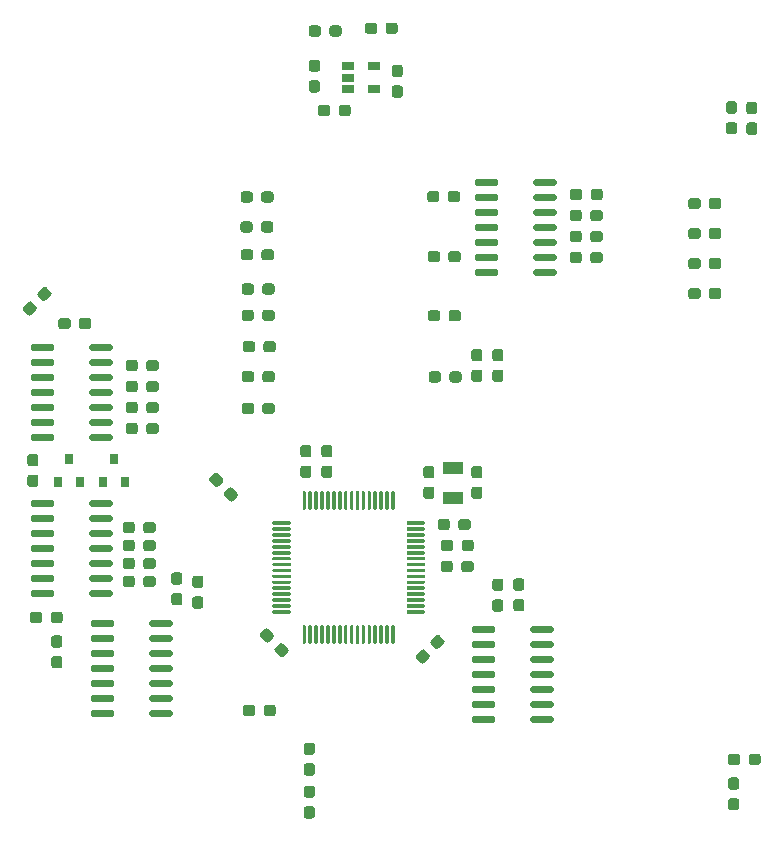
<source format=gtp>
G04 #@! TF.GenerationSoftware,KiCad,Pcbnew,(5.1.6-0-10_14)*
G04 #@! TF.CreationDate,2022-02-17T20:51:05-06:00*
G04 #@! TF.ProjectId,opto_isolator_with_micr,6f70746f-5f69-4736-9f6c-61746f725f77,rev?*
G04 #@! TF.SameCoordinates,Original*
G04 #@! TF.FileFunction,Paste,Top*
G04 #@! TF.FilePolarity,Positive*
%FSLAX46Y46*%
G04 Gerber Fmt 4.6, Leading zero omitted, Abs format (unit mm)*
G04 Created by KiCad (PCBNEW (5.1.6-0-10_14)) date 2022-02-17 20:51:05*
%MOMM*%
%LPD*%
G01*
G04 APERTURE LIST*
%ADD10R,0.800000X0.900000*%
%ADD11R,1.060000X0.650000*%
%ADD12R,1.800000X1.000000*%
G04 APERTURE END LIST*
G36*
G01*
X181085500Y-91090000D02*
X180610500Y-91090000D01*
G75*
G02*
X180373000Y-90852500I0J237500D01*
G01*
X180373000Y-90277500D01*
G75*
G02*
X180610500Y-90040000I237500J0D01*
G01*
X181085500Y-90040000D01*
G75*
G02*
X181323000Y-90277500I0J-237500D01*
G01*
X181323000Y-90852500D01*
G75*
G02*
X181085500Y-91090000I-237500J0D01*
G01*
G37*
G36*
G01*
X181085500Y-92840000D02*
X180610500Y-92840000D01*
G75*
G02*
X180373000Y-92602500I0J237500D01*
G01*
X180373000Y-92027500D01*
G75*
G02*
X180610500Y-91790000I237500J0D01*
G01*
X181085500Y-91790000D01*
G75*
G02*
X181323000Y-92027500I0J-237500D01*
G01*
X181323000Y-92602500D01*
G75*
G02*
X181085500Y-92840000I-237500J0D01*
G01*
G37*
G36*
G01*
X182863500Y-91090000D02*
X182388500Y-91090000D01*
G75*
G02*
X182151000Y-90852500I0J237500D01*
G01*
X182151000Y-90277500D01*
G75*
G02*
X182388500Y-90040000I237500J0D01*
G01*
X182863500Y-90040000D01*
G75*
G02*
X183101000Y-90277500I0J-237500D01*
G01*
X183101000Y-90852500D01*
G75*
G02*
X182863500Y-91090000I-237500J0D01*
G01*
G37*
G36*
G01*
X182863500Y-92840000D02*
X182388500Y-92840000D01*
G75*
G02*
X182151000Y-92602500I0J237500D01*
G01*
X182151000Y-92027500D01*
G75*
G02*
X182388500Y-91790000I237500J0D01*
G01*
X182863500Y-91790000D01*
G75*
G02*
X183101000Y-92027500I0J-237500D01*
G01*
X183101000Y-92602500D01*
G75*
G02*
X182863500Y-92840000I-237500J0D01*
G01*
G37*
G36*
G01*
X160559169Y-102565293D02*
X160223293Y-102901169D01*
G75*
G02*
X159887417Y-102901169I-167938J167938D01*
G01*
X159480831Y-102494583D01*
G75*
G02*
X159480831Y-102158707I167938J167938D01*
G01*
X159816707Y-101822831D01*
G75*
G02*
X160152583Y-101822831I167938J-167938D01*
G01*
X160559169Y-102229417D01*
G75*
G02*
X160559169Y-102565293I-167938J-167938D01*
G01*
G37*
G36*
G01*
X159321733Y-101327857D02*
X158985857Y-101663733D01*
G75*
G02*
X158649981Y-101663733I-167938J167938D01*
G01*
X158243395Y-101257147D01*
G75*
G02*
X158243395Y-100921271I167938J167938D01*
G01*
X158579271Y-100585395D01*
G75*
G02*
X158915147Y-100585395I167938J-167938D01*
G01*
X159321733Y-100991981D01*
G75*
G02*
X159321733Y-101327857I-167938J-167938D01*
G01*
G37*
G36*
G01*
X176546500Y-99946000D02*
X177021500Y-99946000D01*
G75*
G02*
X177259000Y-100183500I0J-237500D01*
G01*
X177259000Y-100758500D01*
G75*
G02*
X177021500Y-100996000I-237500J0D01*
G01*
X176546500Y-100996000D01*
G75*
G02*
X176309000Y-100758500I0J237500D01*
G01*
X176309000Y-100183500D01*
G75*
G02*
X176546500Y-99946000I237500J0D01*
G01*
G37*
G36*
G01*
X176546500Y-101696000D02*
X177021500Y-101696000D01*
G75*
G02*
X177259000Y-101933500I0J-237500D01*
G01*
X177259000Y-102508500D01*
G75*
G02*
X177021500Y-102746000I-237500J0D01*
G01*
X176546500Y-102746000D01*
G75*
G02*
X176309000Y-102508500I0J237500D01*
G01*
X176309000Y-101933500D01*
G75*
G02*
X176546500Y-101696000I237500J0D01*
G01*
G37*
G36*
G01*
X181085500Y-100996000D02*
X180610500Y-100996000D01*
G75*
G02*
X180373000Y-100758500I0J237500D01*
G01*
X180373000Y-100183500D01*
G75*
G02*
X180610500Y-99946000I237500J0D01*
G01*
X181085500Y-99946000D01*
G75*
G02*
X181323000Y-100183500I0J-237500D01*
G01*
X181323000Y-100758500D01*
G75*
G02*
X181085500Y-100996000I-237500J0D01*
G01*
G37*
G36*
G01*
X181085500Y-102746000D02*
X180610500Y-102746000D01*
G75*
G02*
X180373000Y-102508500I0J237500D01*
G01*
X180373000Y-101933500D01*
G75*
G02*
X180610500Y-101696000I237500J0D01*
G01*
X181085500Y-101696000D01*
G75*
G02*
X181323000Y-101933500I0J-237500D01*
G01*
X181323000Y-102508500D01*
G75*
G02*
X181085500Y-102746000I-237500J0D01*
G01*
G37*
G36*
G01*
X168385500Y-99218000D02*
X167910500Y-99218000D01*
G75*
G02*
X167673000Y-98980500I0J237500D01*
G01*
X167673000Y-98405500D01*
G75*
G02*
X167910500Y-98168000I237500J0D01*
G01*
X168385500Y-98168000D01*
G75*
G02*
X168623000Y-98405500I0J-237500D01*
G01*
X168623000Y-98980500D01*
G75*
G02*
X168385500Y-99218000I-237500J0D01*
G01*
G37*
G36*
G01*
X168385500Y-100968000D02*
X167910500Y-100968000D01*
G75*
G02*
X167673000Y-100730500I0J237500D01*
G01*
X167673000Y-100155500D01*
G75*
G02*
X167910500Y-99918000I237500J0D01*
G01*
X168385500Y-99918000D01*
G75*
G02*
X168623000Y-100155500I0J-237500D01*
G01*
X168623000Y-100730500D01*
G75*
G02*
X168385500Y-100968000I-237500J0D01*
G01*
G37*
G36*
G01*
X177528999Y-105139500D02*
X177528999Y-104664500D01*
G75*
G02*
X177766499Y-104427000I237500J0D01*
G01*
X178341499Y-104427000D01*
G75*
G02*
X178578999Y-104664500I0J-237500D01*
G01*
X178578999Y-105139500D01*
G75*
G02*
X178341499Y-105377000I-237500J0D01*
G01*
X177766499Y-105377000D01*
G75*
G02*
X177528999Y-105139500I0J237500D01*
G01*
G37*
G36*
G01*
X179278999Y-105139500D02*
X179278999Y-104664500D01*
G75*
G02*
X179516499Y-104427000I237500J0D01*
G01*
X180091499Y-104427000D01*
G75*
G02*
X180328999Y-104664500I0J-237500D01*
G01*
X180328999Y-105139500D01*
G75*
G02*
X180091499Y-105377000I-237500J0D01*
G01*
X179516499Y-105377000D01*
G75*
G02*
X179278999Y-105139500I0J237500D01*
G01*
G37*
G36*
G01*
X163766267Y-115334143D02*
X164102143Y-114998267D01*
G75*
G02*
X164438019Y-114998267I167938J-167938D01*
G01*
X164844605Y-115404853D01*
G75*
G02*
X164844605Y-115740729I-167938J-167938D01*
G01*
X164508729Y-116076605D01*
G75*
G02*
X164172853Y-116076605I-167938J167938D01*
G01*
X163766267Y-115670019D01*
G75*
G02*
X163766267Y-115334143I167938J167938D01*
G01*
G37*
G36*
G01*
X162528831Y-114096707D02*
X162864707Y-113760831D01*
G75*
G02*
X163200583Y-113760831I167938J-167938D01*
G01*
X163607169Y-114167417D01*
G75*
G02*
X163607169Y-114503293I-167938J-167938D01*
G01*
X163271293Y-114839169D01*
G75*
G02*
X162935417Y-114839169I-167938J167938D01*
G01*
X162528831Y-114432583D01*
G75*
G02*
X162528831Y-114096707I167938J167938D01*
G01*
G37*
G36*
G01*
X143018500Y-100680000D02*
X143493500Y-100680000D01*
G75*
G02*
X143731000Y-100917500I0J-237500D01*
G01*
X143731000Y-101492500D01*
G75*
G02*
X143493500Y-101730000I-237500J0D01*
G01*
X143018500Y-101730000D01*
G75*
G02*
X142781000Y-101492500I0J237500D01*
G01*
X142781000Y-100917500D01*
G75*
G02*
X143018500Y-100680000I237500J0D01*
G01*
G37*
G36*
G01*
X143018500Y-98930000D02*
X143493500Y-98930000D01*
G75*
G02*
X143731000Y-99167500I0J-237500D01*
G01*
X143731000Y-99742500D01*
G75*
G02*
X143493500Y-99980000I-237500J0D01*
G01*
X143018500Y-99980000D01*
G75*
G02*
X142781000Y-99742500I0J237500D01*
G01*
X142781000Y-99167500D01*
G75*
G02*
X143018500Y-98930000I237500J0D01*
G01*
G37*
G36*
G01*
X145412000Y-88121500D02*
X145412000Y-87646500D01*
G75*
G02*
X145649500Y-87409000I237500J0D01*
G01*
X146224500Y-87409000D01*
G75*
G02*
X146462000Y-87646500I0J-237500D01*
G01*
X146462000Y-88121500D01*
G75*
G02*
X146224500Y-88359000I-237500J0D01*
G01*
X145649500Y-88359000D01*
G75*
G02*
X145412000Y-88121500I0J237500D01*
G01*
G37*
G36*
G01*
X147162000Y-88121500D02*
X147162000Y-87646500D01*
G75*
G02*
X147399500Y-87409000I237500J0D01*
G01*
X147974500Y-87409000D01*
G75*
G02*
X148212000Y-87646500I0J-237500D01*
G01*
X148212000Y-88121500D01*
G75*
G02*
X147974500Y-88359000I-237500J0D01*
G01*
X147399500Y-88359000D01*
G75*
G02*
X147162000Y-88121500I0J237500D01*
G01*
G37*
G36*
G01*
X184166500Y-109457000D02*
X184641500Y-109457000D01*
G75*
G02*
X184879000Y-109694500I0J-237500D01*
G01*
X184879000Y-110269500D01*
G75*
G02*
X184641500Y-110507000I-237500J0D01*
G01*
X184166500Y-110507000D01*
G75*
G02*
X183929000Y-110269500I0J237500D01*
G01*
X183929000Y-109694500D01*
G75*
G02*
X184166500Y-109457000I237500J0D01*
G01*
G37*
G36*
G01*
X184166500Y-111207000D02*
X184641500Y-111207000D01*
G75*
G02*
X184879000Y-111444500I0J-237500D01*
G01*
X184879000Y-112019500D01*
G75*
G02*
X184641500Y-112257000I-237500J0D01*
G01*
X184166500Y-112257000D01*
G75*
G02*
X183929000Y-112019500I0J237500D01*
G01*
X183929000Y-111444500D01*
G75*
G02*
X184166500Y-111207000I237500J0D01*
G01*
G37*
G36*
G01*
X161047000Y-120887500D02*
X161047000Y-120412500D01*
G75*
G02*
X161284500Y-120175000I237500J0D01*
G01*
X161859500Y-120175000D01*
G75*
G02*
X162097000Y-120412500I0J-237500D01*
G01*
X162097000Y-120887500D01*
G75*
G02*
X161859500Y-121125000I-237500J0D01*
G01*
X161284500Y-121125000D01*
G75*
G02*
X161047000Y-120887500I0J237500D01*
G01*
G37*
G36*
G01*
X162797000Y-120887500D02*
X162797000Y-120412500D01*
G75*
G02*
X163034500Y-120175000I237500J0D01*
G01*
X163609500Y-120175000D01*
G75*
G02*
X163847000Y-120412500I0J-237500D01*
G01*
X163847000Y-120887500D01*
G75*
G02*
X163609500Y-121125000I-237500J0D01*
G01*
X163034500Y-121125000D01*
G75*
G02*
X162797000Y-120887500I0J237500D01*
G01*
G37*
G36*
G01*
X173879500Y-65972200D02*
X174354500Y-65972200D01*
G75*
G02*
X174592000Y-66209700I0J-237500D01*
G01*
X174592000Y-66784700D01*
G75*
G02*
X174354500Y-67022200I-237500J0D01*
G01*
X173879500Y-67022200D01*
G75*
G02*
X173642000Y-66784700I0J237500D01*
G01*
X173642000Y-66209700D01*
G75*
G02*
X173879500Y-65972200I237500J0D01*
G01*
G37*
G36*
G01*
X173879500Y-67722200D02*
X174354500Y-67722200D01*
G75*
G02*
X174592000Y-67959700I0J-237500D01*
G01*
X174592000Y-68534700D01*
G75*
G02*
X174354500Y-68772200I-237500J0D01*
G01*
X173879500Y-68772200D01*
G75*
G02*
X173642000Y-68534700I0J237500D01*
G01*
X173642000Y-67959700D01*
G75*
G02*
X173879500Y-67722200I237500J0D01*
G01*
G37*
G36*
G01*
X172420800Y-62652900D02*
X172420800Y-63127900D01*
G75*
G02*
X172183300Y-63365400I-237500J0D01*
G01*
X171608300Y-63365400D01*
G75*
G02*
X171370800Y-63127900I0J237500D01*
G01*
X171370800Y-62652900D01*
G75*
G02*
X171608300Y-62415400I237500J0D01*
G01*
X172183300Y-62415400D01*
G75*
G02*
X172420800Y-62652900I0J-237500D01*
G01*
G37*
G36*
G01*
X174170800Y-62652900D02*
X174170800Y-63127900D01*
G75*
G02*
X173933300Y-63365400I-237500J0D01*
G01*
X173358300Y-63365400D01*
G75*
G02*
X173120800Y-63127900I0J237500D01*
G01*
X173120800Y-62652900D01*
G75*
G02*
X173358300Y-62415400I237500J0D01*
G01*
X173933300Y-62415400D01*
G75*
G02*
X174170800Y-62652900I0J-237500D01*
G01*
G37*
D10*
X150114000Y-99330000D03*
X151064000Y-101330000D03*
X149164000Y-101330000D03*
X145354000Y-101330000D03*
X147254000Y-101330000D03*
X146304000Y-99330000D03*
G36*
G01*
X166437300Y-123364800D02*
X166912300Y-123364800D01*
G75*
G02*
X167149800Y-123602300I0J-237500D01*
G01*
X167149800Y-124177300D01*
G75*
G02*
X166912300Y-124414800I-237500J0D01*
G01*
X166437300Y-124414800D01*
G75*
G02*
X166199800Y-124177300I0J237500D01*
G01*
X166199800Y-123602300D01*
G75*
G02*
X166437300Y-123364800I237500J0D01*
G01*
G37*
G36*
G01*
X166437300Y-125114800D02*
X166912300Y-125114800D01*
G75*
G02*
X167149800Y-125352300I0J-237500D01*
G01*
X167149800Y-125927300D01*
G75*
G02*
X166912300Y-126164800I-237500J0D01*
G01*
X166437300Y-126164800D01*
G75*
G02*
X166199800Y-125927300I0J237500D01*
G01*
X166199800Y-125352300D01*
G75*
G02*
X166437300Y-125114800I237500J0D01*
G01*
G37*
G36*
G01*
X166607000Y-63356500D02*
X166607000Y-62881500D01*
G75*
G02*
X166844500Y-62644000I237500J0D01*
G01*
X167419500Y-62644000D01*
G75*
G02*
X167657000Y-62881500I0J-237500D01*
G01*
X167657000Y-63356500D01*
G75*
G02*
X167419500Y-63594000I-237500J0D01*
G01*
X166844500Y-63594000D01*
G75*
G02*
X166607000Y-63356500I0J237500D01*
G01*
G37*
G36*
G01*
X168357000Y-63356500D02*
X168357000Y-62881500D01*
G75*
G02*
X168594500Y-62644000I237500J0D01*
G01*
X169169500Y-62644000D01*
G75*
G02*
X169407000Y-62881500I0J-237500D01*
G01*
X169407000Y-63356500D01*
G75*
G02*
X169169500Y-63594000I-237500J0D01*
G01*
X168594500Y-63594000D01*
G75*
G02*
X168357000Y-63356500I0J237500D01*
G01*
G37*
G36*
G01*
X203902300Y-69110400D02*
X204377300Y-69110400D01*
G75*
G02*
X204614800Y-69347900I0J-237500D01*
G01*
X204614800Y-69922900D01*
G75*
G02*
X204377300Y-70160400I-237500J0D01*
G01*
X203902300Y-70160400D01*
G75*
G02*
X203664800Y-69922900I0J237500D01*
G01*
X203664800Y-69347900D01*
G75*
G02*
X203902300Y-69110400I237500J0D01*
G01*
G37*
G36*
G01*
X203902300Y-70860400D02*
X204377300Y-70860400D01*
G75*
G02*
X204614800Y-71097900I0J-237500D01*
G01*
X204614800Y-71672900D01*
G75*
G02*
X204377300Y-71910400I-237500J0D01*
G01*
X203902300Y-71910400D01*
G75*
G02*
X203664800Y-71672900I0J237500D01*
G01*
X203664800Y-71097900D01*
G75*
G02*
X203902300Y-70860400I237500J0D01*
G01*
G37*
G36*
G01*
X202104800Y-125027700D02*
X202104800Y-124552700D01*
G75*
G02*
X202342300Y-124315200I237500J0D01*
G01*
X202917300Y-124315200D01*
G75*
G02*
X203154800Y-124552700I0J-237500D01*
G01*
X203154800Y-125027700D01*
G75*
G02*
X202917300Y-125265200I-237500J0D01*
G01*
X202342300Y-125265200D01*
G75*
G02*
X202104800Y-125027700I0J237500D01*
G01*
G37*
G36*
G01*
X203854800Y-125027700D02*
X203854800Y-124552700D01*
G75*
G02*
X204092300Y-124315200I237500J0D01*
G01*
X204667300Y-124315200D01*
G75*
G02*
X204904800Y-124552700I0J-237500D01*
G01*
X204904800Y-125027700D01*
G75*
G02*
X204667300Y-125265200I-237500J0D01*
G01*
X204092300Y-125265200D01*
G75*
G02*
X203854800Y-125027700I0J237500D01*
G01*
G37*
G36*
G01*
X163629800Y-79467700D02*
X163629800Y-79942700D01*
G75*
G02*
X163392300Y-80180200I-237500J0D01*
G01*
X162817300Y-80180200D01*
G75*
G02*
X162579800Y-79942700I0J237500D01*
G01*
X162579800Y-79467700D01*
G75*
G02*
X162817300Y-79230200I237500J0D01*
G01*
X163392300Y-79230200D01*
G75*
G02*
X163629800Y-79467700I0J-237500D01*
G01*
G37*
G36*
G01*
X161879800Y-79467700D02*
X161879800Y-79942700D01*
G75*
G02*
X161642300Y-80180200I-237500J0D01*
G01*
X161067300Y-80180200D01*
G75*
G02*
X160829800Y-79942700I0J237500D01*
G01*
X160829800Y-79467700D01*
G75*
G02*
X161067300Y-79230200I237500J0D01*
G01*
X161642300Y-79230200D01*
G75*
G02*
X161879800Y-79467700I0J-237500D01*
G01*
G37*
G36*
G01*
X161981400Y-84725500D02*
X161981400Y-85200500D01*
G75*
G02*
X161743900Y-85438000I-237500J0D01*
G01*
X161168900Y-85438000D01*
G75*
G02*
X160931400Y-85200500I0J237500D01*
G01*
X160931400Y-84725500D01*
G75*
G02*
X161168900Y-84488000I237500J0D01*
G01*
X161743900Y-84488000D01*
G75*
G02*
X161981400Y-84725500I0J-237500D01*
G01*
G37*
G36*
G01*
X163731400Y-84725500D02*
X163731400Y-85200500D01*
G75*
G02*
X163493900Y-85438000I-237500J0D01*
G01*
X162918900Y-85438000D01*
G75*
G02*
X162681400Y-85200500I0J237500D01*
G01*
X162681400Y-84725500D01*
G75*
G02*
X162918900Y-84488000I237500J0D01*
G01*
X163493900Y-84488000D01*
G75*
G02*
X163731400Y-84725500I0J-237500D01*
G01*
G37*
G36*
G01*
X160843800Y-77402700D02*
X160843800Y-76927700D01*
G75*
G02*
X161081300Y-76690200I237500J0D01*
G01*
X161656300Y-76690200D01*
G75*
G02*
X161893800Y-76927700I0J-237500D01*
G01*
X161893800Y-77402700D01*
G75*
G02*
X161656300Y-77640200I-237500J0D01*
G01*
X161081300Y-77640200D01*
G75*
G02*
X160843800Y-77402700I0J237500D01*
G01*
G37*
G36*
G01*
X162593800Y-77402700D02*
X162593800Y-76927700D01*
G75*
G02*
X162831300Y-76690200I237500J0D01*
G01*
X163406300Y-76690200D01*
G75*
G02*
X163643800Y-76927700I0J-237500D01*
G01*
X163643800Y-77402700D01*
G75*
G02*
X163406300Y-77640200I-237500J0D01*
G01*
X162831300Y-77640200D01*
G75*
G02*
X162593800Y-77402700I0J237500D01*
G01*
G37*
G36*
G01*
X162619200Y-82304900D02*
X162619200Y-81829900D01*
G75*
G02*
X162856700Y-81592400I237500J0D01*
G01*
X163431700Y-81592400D01*
G75*
G02*
X163669200Y-81829900I0J-237500D01*
G01*
X163669200Y-82304900D01*
G75*
G02*
X163431700Y-82542400I-237500J0D01*
G01*
X162856700Y-82542400D01*
G75*
G02*
X162619200Y-82304900I0J237500D01*
G01*
G37*
G36*
G01*
X160869200Y-82304900D02*
X160869200Y-81829900D01*
G75*
G02*
X161106700Y-81592400I237500J0D01*
G01*
X161681700Y-81592400D01*
G75*
G02*
X161919200Y-81829900I0J-237500D01*
G01*
X161919200Y-82304900D01*
G75*
G02*
X161681700Y-82542400I-237500J0D01*
G01*
X161106700Y-82542400D01*
G75*
G02*
X160869200Y-82304900I0J237500D01*
G01*
G37*
G36*
G01*
X160931400Y-87435700D02*
X160931400Y-86960700D01*
G75*
G02*
X161168900Y-86723200I237500J0D01*
G01*
X161743900Y-86723200D01*
G75*
G02*
X161981400Y-86960700I0J-237500D01*
G01*
X161981400Y-87435700D01*
G75*
G02*
X161743900Y-87673200I-237500J0D01*
G01*
X161168900Y-87673200D01*
G75*
G02*
X160931400Y-87435700I0J237500D01*
G01*
G37*
G36*
G01*
X162681400Y-87435700D02*
X162681400Y-86960700D01*
G75*
G02*
X162918900Y-86723200I237500J0D01*
G01*
X163493900Y-86723200D01*
G75*
G02*
X163731400Y-86960700I0J-237500D01*
G01*
X163731400Y-87435700D01*
G75*
G02*
X163493900Y-87673200I-237500J0D01*
G01*
X162918900Y-87673200D01*
G75*
G02*
X162681400Y-87435700I0J237500D01*
G01*
G37*
G36*
G01*
X162695400Y-92617300D02*
X162695400Y-92142300D01*
G75*
G02*
X162932900Y-91904800I237500J0D01*
G01*
X163507900Y-91904800D01*
G75*
G02*
X163745400Y-92142300I0J-237500D01*
G01*
X163745400Y-92617300D01*
G75*
G02*
X163507900Y-92854800I-237500J0D01*
G01*
X162932900Y-92854800D01*
G75*
G02*
X162695400Y-92617300I0J237500D01*
G01*
G37*
G36*
G01*
X160945400Y-92617300D02*
X160945400Y-92142300D01*
G75*
G02*
X161182900Y-91904800I237500J0D01*
G01*
X161757900Y-91904800D01*
G75*
G02*
X161995400Y-92142300I0J-237500D01*
G01*
X161995400Y-92617300D01*
G75*
G02*
X161757900Y-92854800I-237500J0D01*
G01*
X161182900Y-92854800D01*
G75*
G02*
X160945400Y-92617300I0J237500D01*
G01*
G37*
G36*
G01*
X163833000Y-89602300D02*
X163833000Y-90077300D01*
G75*
G02*
X163595500Y-90314800I-237500J0D01*
G01*
X163020500Y-90314800D01*
G75*
G02*
X162783000Y-90077300I0J237500D01*
G01*
X162783000Y-89602300D01*
G75*
G02*
X163020500Y-89364800I237500J0D01*
G01*
X163595500Y-89364800D01*
G75*
G02*
X163833000Y-89602300I0J-237500D01*
G01*
G37*
G36*
G01*
X162083000Y-89602300D02*
X162083000Y-90077300D01*
G75*
G02*
X161845500Y-90314800I-237500J0D01*
G01*
X161270500Y-90314800D01*
G75*
G02*
X161033000Y-90077300I0J237500D01*
G01*
X161033000Y-89602300D01*
G75*
G02*
X161270500Y-89364800I237500J0D01*
G01*
X161845500Y-89364800D01*
G75*
G02*
X162083000Y-89602300I0J-237500D01*
G01*
G37*
G36*
G01*
X161990000Y-94842500D02*
X161990000Y-95317500D01*
G75*
G02*
X161752500Y-95555000I-237500J0D01*
G01*
X161177500Y-95555000D01*
G75*
G02*
X160940000Y-95317500I0J237500D01*
G01*
X160940000Y-94842500D01*
G75*
G02*
X161177500Y-94605000I237500J0D01*
G01*
X161752500Y-94605000D01*
G75*
G02*
X161990000Y-94842500I0J-237500D01*
G01*
G37*
G36*
G01*
X163740000Y-94842500D02*
X163740000Y-95317500D01*
G75*
G02*
X163502500Y-95555000I-237500J0D01*
G01*
X162927500Y-95555000D01*
G75*
G02*
X162690000Y-95317500I0J237500D01*
G01*
X162690000Y-94842500D01*
G75*
G02*
X162927500Y-94605000I237500J0D01*
G01*
X163502500Y-94605000D01*
G75*
G02*
X163740000Y-94842500I0J-237500D01*
G01*
G37*
G36*
G01*
X179440000Y-76902300D02*
X179440000Y-77377300D01*
G75*
G02*
X179202500Y-77614800I-237500J0D01*
G01*
X178627500Y-77614800D01*
G75*
G02*
X178390000Y-77377300I0J237500D01*
G01*
X178390000Y-76902300D01*
G75*
G02*
X178627500Y-76664800I237500J0D01*
G01*
X179202500Y-76664800D01*
G75*
G02*
X179440000Y-76902300I0J-237500D01*
G01*
G37*
G36*
G01*
X177690000Y-76902300D02*
X177690000Y-77377300D01*
G75*
G02*
X177452500Y-77614800I-237500J0D01*
G01*
X176877500Y-77614800D01*
G75*
G02*
X176640000Y-77377300I0J237500D01*
G01*
X176640000Y-76902300D01*
G75*
G02*
X176877500Y-76664800I237500J0D01*
G01*
X177452500Y-76664800D01*
G75*
G02*
X177690000Y-76902300I0J-237500D01*
G01*
G37*
G36*
G01*
X177740800Y-81982300D02*
X177740800Y-82457300D01*
G75*
G02*
X177503300Y-82694800I-237500J0D01*
G01*
X176928300Y-82694800D01*
G75*
G02*
X176690800Y-82457300I0J237500D01*
G01*
X176690800Y-81982300D01*
G75*
G02*
X176928300Y-81744800I237500J0D01*
G01*
X177503300Y-81744800D01*
G75*
G02*
X177740800Y-81982300I0J-237500D01*
G01*
G37*
G36*
G01*
X179490800Y-81982300D02*
X179490800Y-82457300D01*
G75*
G02*
X179253300Y-82694800I-237500J0D01*
G01*
X178678300Y-82694800D01*
G75*
G02*
X178440800Y-82457300I0J237500D01*
G01*
X178440800Y-81982300D01*
G75*
G02*
X178678300Y-81744800I237500J0D01*
G01*
X179253300Y-81744800D01*
G75*
G02*
X179490800Y-81982300I0J-237500D01*
G01*
G37*
G36*
G01*
X179504800Y-86986100D02*
X179504800Y-87461100D01*
G75*
G02*
X179267300Y-87698600I-237500J0D01*
G01*
X178692300Y-87698600D01*
G75*
G02*
X178454800Y-87461100I0J237500D01*
G01*
X178454800Y-86986100D01*
G75*
G02*
X178692300Y-86748600I237500J0D01*
G01*
X179267300Y-86748600D01*
G75*
G02*
X179504800Y-86986100I0J-237500D01*
G01*
G37*
G36*
G01*
X177754800Y-86986100D02*
X177754800Y-87461100D01*
G75*
G02*
X177517300Y-87698600I-237500J0D01*
G01*
X176942300Y-87698600D01*
G75*
G02*
X176704800Y-87461100I0J237500D01*
G01*
X176704800Y-86986100D01*
G75*
G02*
X176942300Y-86748600I237500J0D01*
G01*
X177517300Y-86748600D01*
G75*
G02*
X177754800Y-86986100I0J-237500D01*
G01*
G37*
G36*
G01*
X177817000Y-92167700D02*
X177817000Y-92642700D01*
G75*
G02*
X177579500Y-92880200I-237500J0D01*
G01*
X177004500Y-92880200D01*
G75*
G02*
X176767000Y-92642700I0J237500D01*
G01*
X176767000Y-92167700D01*
G75*
G02*
X177004500Y-91930200I237500J0D01*
G01*
X177579500Y-91930200D01*
G75*
G02*
X177817000Y-92167700I0J-237500D01*
G01*
G37*
G36*
G01*
X179567000Y-92167700D02*
X179567000Y-92642700D01*
G75*
G02*
X179329500Y-92880200I-237500J0D01*
G01*
X178754500Y-92880200D01*
G75*
G02*
X178517000Y-92642700I0J237500D01*
G01*
X178517000Y-92167700D01*
G75*
G02*
X178754500Y-91930200I237500J0D01*
G01*
X179329500Y-91930200D01*
G75*
G02*
X179567000Y-92167700I0J-237500D01*
G01*
G37*
G36*
G01*
X166912300Y-129797000D02*
X166437300Y-129797000D01*
G75*
G02*
X166199800Y-129559500I0J237500D01*
G01*
X166199800Y-128984500D01*
G75*
G02*
X166437300Y-128747000I237500J0D01*
G01*
X166912300Y-128747000D01*
G75*
G02*
X167149800Y-128984500I0J-237500D01*
G01*
X167149800Y-129559500D01*
G75*
G02*
X166912300Y-129797000I-237500J0D01*
G01*
G37*
G36*
G01*
X166912300Y-128047000D02*
X166437300Y-128047000D01*
G75*
G02*
X166199800Y-127809500I0J237500D01*
G01*
X166199800Y-127234500D01*
G75*
G02*
X166437300Y-126997000I237500J0D01*
G01*
X166912300Y-126997000D01*
G75*
G02*
X167149800Y-127234500I0J-237500D01*
G01*
X167149800Y-127809500D01*
G75*
G02*
X166912300Y-128047000I-237500J0D01*
G01*
G37*
G36*
G01*
X202650100Y-70121000D02*
X202175100Y-70121000D01*
G75*
G02*
X201937600Y-69883500I0J237500D01*
G01*
X201937600Y-69308500D01*
G75*
G02*
X202175100Y-69071000I237500J0D01*
G01*
X202650100Y-69071000D01*
G75*
G02*
X202887600Y-69308500I0J-237500D01*
G01*
X202887600Y-69883500D01*
G75*
G02*
X202650100Y-70121000I-237500J0D01*
G01*
G37*
G36*
G01*
X202650100Y-71871000D02*
X202175100Y-71871000D01*
G75*
G02*
X201937600Y-71633500I0J237500D01*
G01*
X201937600Y-71058500D01*
G75*
G02*
X202175100Y-70821000I237500J0D01*
G01*
X202650100Y-70821000D01*
G75*
G02*
X202887600Y-71058500I0J-237500D01*
G01*
X202887600Y-71633500D01*
G75*
G02*
X202650100Y-71871000I-237500J0D01*
G01*
G37*
G36*
G01*
X202827900Y-129111200D02*
X202352900Y-129111200D01*
G75*
G02*
X202115400Y-128873700I0J237500D01*
G01*
X202115400Y-128298700D01*
G75*
G02*
X202352900Y-128061200I237500J0D01*
G01*
X202827900Y-128061200D01*
G75*
G02*
X203065400Y-128298700I0J-237500D01*
G01*
X203065400Y-128873700D01*
G75*
G02*
X202827900Y-129111200I-237500J0D01*
G01*
G37*
G36*
G01*
X202827900Y-127361200D02*
X202352900Y-127361200D01*
G75*
G02*
X202115400Y-127123700I0J237500D01*
G01*
X202115400Y-126548700D01*
G75*
G02*
X202352900Y-126311200I237500J0D01*
G01*
X202827900Y-126311200D01*
G75*
G02*
X203065400Y-126548700I0J-237500D01*
G01*
X203065400Y-127123700D01*
G75*
G02*
X202827900Y-127361200I-237500J0D01*
G01*
G37*
G36*
G01*
X167344100Y-66579000D02*
X166869100Y-66579000D01*
G75*
G02*
X166631600Y-66341500I0J237500D01*
G01*
X166631600Y-65766500D01*
G75*
G02*
X166869100Y-65529000I237500J0D01*
G01*
X167344100Y-65529000D01*
G75*
G02*
X167581600Y-65766500I0J-237500D01*
G01*
X167581600Y-66341500D01*
G75*
G02*
X167344100Y-66579000I-237500J0D01*
G01*
G37*
G36*
G01*
X167344100Y-68329000D02*
X166869100Y-68329000D01*
G75*
G02*
X166631600Y-68091500I0J237500D01*
G01*
X166631600Y-67516500D01*
G75*
G02*
X166869100Y-67279000I237500J0D01*
G01*
X167344100Y-67279000D01*
G75*
G02*
X167581600Y-67516500I0J-237500D01*
G01*
X167581600Y-68091500D01*
G75*
G02*
X167344100Y-68329000I-237500J0D01*
G01*
G37*
G36*
G01*
X169147000Y-70087500D02*
X169147000Y-69612500D01*
G75*
G02*
X169384500Y-69375000I237500J0D01*
G01*
X169959500Y-69375000D01*
G75*
G02*
X170197000Y-69612500I0J-237500D01*
G01*
X170197000Y-70087500D01*
G75*
G02*
X169959500Y-70325000I-237500J0D01*
G01*
X169384500Y-70325000D01*
G75*
G02*
X169147000Y-70087500I0J237500D01*
G01*
G37*
G36*
G01*
X167397000Y-70087500D02*
X167397000Y-69612500D01*
G75*
G02*
X167634500Y-69375000I237500J0D01*
G01*
X168209500Y-69375000D01*
G75*
G02*
X168447000Y-69612500I0J-237500D01*
G01*
X168447000Y-70087500D01*
G75*
G02*
X168209500Y-70325000I-237500J0D01*
G01*
X167634500Y-70325000D01*
G75*
G02*
X167397000Y-70087500I0J237500D01*
G01*
G37*
G36*
G01*
X189755000Y-82058500D02*
X189755000Y-82533500D01*
G75*
G02*
X189517500Y-82771000I-237500J0D01*
G01*
X188942500Y-82771000D01*
G75*
G02*
X188705000Y-82533500I0J237500D01*
G01*
X188705000Y-82058500D01*
G75*
G02*
X188942500Y-81821000I237500J0D01*
G01*
X189517500Y-81821000D01*
G75*
G02*
X189755000Y-82058500I0J-237500D01*
G01*
G37*
G36*
G01*
X191505000Y-82058500D02*
X191505000Y-82533500D01*
G75*
G02*
X191267500Y-82771000I-237500J0D01*
G01*
X190692500Y-82771000D01*
G75*
G02*
X190455000Y-82533500I0J237500D01*
G01*
X190455000Y-82058500D01*
G75*
G02*
X190692500Y-81821000I237500J0D01*
G01*
X191267500Y-81821000D01*
G75*
G02*
X191505000Y-82058500I0J-237500D01*
G01*
G37*
G36*
G01*
X191505000Y-80280500D02*
X191505000Y-80755500D01*
G75*
G02*
X191267500Y-80993000I-237500J0D01*
G01*
X190692500Y-80993000D01*
G75*
G02*
X190455000Y-80755500I0J237500D01*
G01*
X190455000Y-80280500D01*
G75*
G02*
X190692500Y-80043000I237500J0D01*
G01*
X191267500Y-80043000D01*
G75*
G02*
X191505000Y-80280500I0J-237500D01*
G01*
G37*
G36*
G01*
X189755000Y-80280500D02*
X189755000Y-80755500D01*
G75*
G02*
X189517500Y-80993000I-237500J0D01*
G01*
X188942500Y-80993000D01*
G75*
G02*
X188705000Y-80755500I0J237500D01*
G01*
X188705000Y-80280500D01*
G75*
G02*
X188942500Y-80043000I237500J0D01*
G01*
X189517500Y-80043000D01*
G75*
G02*
X189755000Y-80280500I0J-237500D01*
G01*
G37*
G36*
G01*
X189755000Y-78502500D02*
X189755000Y-78977500D01*
G75*
G02*
X189517500Y-79215000I-237500J0D01*
G01*
X188942500Y-79215000D01*
G75*
G02*
X188705000Y-78977500I0J237500D01*
G01*
X188705000Y-78502500D01*
G75*
G02*
X188942500Y-78265000I237500J0D01*
G01*
X189517500Y-78265000D01*
G75*
G02*
X189755000Y-78502500I0J-237500D01*
G01*
G37*
G36*
G01*
X191505000Y-78502500D02*
X191505000Y-78977500D01*
G75*
G02*
X191267500Y-79215000I-237500J0D01*
G01*
X190692500Y-79215000D01*
G75*
G02*
X190455000Y-78977500I0J237500D01*
G01*
X190455000Y-78502500D01*
G75*
G02*
X190692500Y-78265000I237500J0D01*
G01*
X191267500Y-78265000D01*
G75*
G02*
X191505000Y-78502500I0J-237500D01*
G01*
G37*
G36*
G01*
X191533000Y-76724500D02*
X191533000Y-77199500D01*
G75*
G02*
X191295500Y-77437000I-237500J0D01*
G01*
X190720500Y-77437000D01*
G75*
G02*
X190483000Y-77199500I0J237500D01*
G01*
X190483000Y-76724500D01*
G75*
G02*
X190720500Y-76487000I237500J0D01*
G01*
X191295500Y-76487000D01*
G75*
G02*
X191533000Y-76724500I0J-237500D01*
G01*
G37*
G36*
G01*
X189783000Y-76724500D02*
X189783000Y-77199500D01*
G75*
G02*
X189545500Y-77437000I-237500J0D01*
G01*
X188970500Y-77437000D01*
G75*
G02*
X188733000Y-77199500I0J237500D01*
G01*
X188733000Y-76724500D01*
G75*
G02*
X188970500Y-76487000I237500J0D01*
G01*
X189545500Y-76487000D01*
G75*
G02*
X189783000Y-76724500I0J-237500D01*
G01*
G37*
G36*
G01*
X179533000Y-108695500D02*
X179533000Y-108220500D01*
G75*
G02*
X179770500Y-107983000I237500J0D01*
G01*
X180345500Y-107983000D01*
G75*
G02*
X180583000Y-108220500I0J-237500D01*
G01*
X180583000Y-108695500D01*
G75*
G02*
X180345500Y-108933000I-237500J0D01*
G01*
X179770500Y-108933000D01*
G75*
G02*
X179533000Y-108695500I0J237500D01*
G01*
G37*
G36*
G01*
X177783000Y-108695500D02*
X177783000Y-108220500D01*
G75*
G02*
X178020500Y-107983000I237500J0D01*
G01*
X178595500Y-107983000D01*
G75*
G02*
X178833000Y-108220500I0J-237500D01*
G01*
X178833000Y-108695500D01*
G75*
G02*
X178595500Y-108933000I-237500J0D01*
G01*
X178020500Y-108933000D01*
G75*
G02*
X177783000Y-108695500I0J237500D01*
G01*
G37*
G36*
G01*
X180611000Y-106442500D02*
X180611000Y-106917500D01*
G75*
G02*
X180373500Y-107155000I-237500J0D01*
G01*
X179798500Y-107155000D01*
G75*
G02*
X179561000Y-106917500I0J237500D01*
G01*
X179561000Y-106442500D01*
G75*
G02*
X179798500Y-106205000I237500J0D01*
G01*
X180373500Y-106205000D01*
G75*
G02*
X180611000Y-106442500I0J-237500D01*
G01*
G37*
G36*
G01*
X178861000Y-106442500D02*
X178861000Y-106917500D01*
G75*
G02*
X178623500Y-107155000I-237500J0D01*
G01*
X178048500Y-107155000D01*
G75*
G02*
X177811000Y-106917500I0J237500D01*
G01*
X177811000Y-106442500D01*
G75*
G02*
X178048500Y-106205000I237500J0D01*
G01*
X178623500Y-106205000D01*
G75*
G02*
X178861000Y-106442500I0J-237500D01*
G01*
G37*
G36*
G01*
X166607500Y-100968000D02*
X166132500Y-100968000D01*
G75*
G02*
X165895000Y-100730500I0J237500D01*
G01*
X165895000Y-100155500D01*
G75*
G02*
X166132500Y-99918000I237500J0D01*
G01*
X166607500Y-99918000D01*
G75*
G02*
X166845000Y-100155500I0J-237500D01*
G01*
X166845000Y-100730500D01*
G75*
G02*
X166607500Y-100968000I-237500J0D01*
G01*
G37*
G36*
G01*
X166607500Y-99218000D02*
X166132500Y-99218000D01*
G75*
G02*
X165895000Y-98980500I0J237500D01*
G01*
X165895000Y-98405500D01*
G75*
G02*
X166132500Y-98168000I237500J0D01*
G01*
X166607500Y-98168000D01*
G75*
G02*
X166845000Y-98405500I0J-237500D01*
G01*
X166845000Y-98980500D01*
G75*
G02*
X166607500Y-99218000I-237500J0D01*
G01*
G37*
G36*
G01*
X176479293Y-115538831D02*
X176815169Y-115874707D01*
G75*
G02*
X176815169Y-116210583I-167938J-167938D01*
G01*
X176408583Y-116617169D01*
G75*
G02*
X176072707Y-116617169I-167938J167938D01*
G01*
X175736831Y-116281293D01*
G75*
G02*
X175736831Y-115945417I167938J167938D01*
G01*
X176143417Y-115538831D01*
G75*
G02*
X176479293Y-115538831I167938J-167938D01*
G01*
G37*
G36*
G01*
X177716729Y-114301395D02*
X178052605Y-114637271D01*
G75*
G02*
X178052605Y-114973147I-167938J-167938D01*
G01*
X177646019Y-115379733D01*
G75*
G02*
X177310143Y-115379733I-167938J167938D01*
G01*
X176974267Y-115043857D01*
G75*
G02*
X176974267Y-114707981I167938J167938D01*
G01*
X177380853Y-114301395D01*
G75*
G02*
X177716729Y-114301395I167938J-167938D01*
G01*
G37*
G36*
G01*
X199802000Y-77486500D02*
X199802000Y-77961500D01*
G75*
G02*
X199564500Y-78199000I-237500J0D01*
G01*
X198989500Y-78199000D01*
G75*
G02*
X198752000Y-77961500I0J237500D01*
G01*
X198752000Y-77486500D01*
G75*
G02*
X198989500Y-77249000I237500J0D01*
G01*
X199564500Y-77249000D01*
G75*
G02*
X199802000Y-77486500I0J-237500D01*
G01*
G37*
G36*
G01*
X201552000Y-77486500D02*
X201552000Y-77961500D01*
G75*
G02*
X201314500Y-78199000I-237500J0D01*
G01*
X200739500Y-78199000D01*
G75*
G02*
X200502000Y-77961500I0J237500D01*
G01*
X200502000Y-77486500D01*
G75*
G02*
X200739500Y-77249000I237500J0D01*
G01*
X201314500Y-77249000D01*
G75*
G02*
X201552000Y-77486500I0J-237500D01*
G01*
G37*
G36*
G01*
X155685500Y-109999000D02*
X155210500Y-109999000D01*
G75*
G02*
X154973000Y-109761500I0J237500D01*
G01*
X154973000Y-109186500D01*
G75*
G02*
X155210500Y-108949000I237500J0D01*
G01*
X155685500Y-108949000D01*
G75*
G02*
X155923000Y-109186500I0J-237500D01*
G01*
X155923000Y-109761500D01*
G75*
G02*
X155685500Y-109999000I-237500J0D01*
G01*
G37*
G36*
G01*
X155685500Y-111749000D02*
X155210500Y-111749000D01*
G75*
G02*
X154973000Y-111511500I0J237500D01*
G01*
X154973000Y-110936500D01*
G75*
G02*
X155210500Y-110699000I237500J0D01*
G01*
X155685500Y-110699000D01*
G75*
G02*
X155923000Y-110936500I0J-237500D01*
G01*
X155923000Y-111511500D01*
G75*
G02*
X155685500Y-111749000I-237500J0D01*
G01*
G37*
G36*
G01*
X145525500Y-117083000D02*
X145050500Y-117083000D01*
G75*
G02*
X144813000Y-116845500I0J237500D01*
G01*
X144813000Y-116270500D01*
G75*
G02*
X145050500Y-116033000I237500J0D01*
G01*
X145525500Y-116033000D01*
G75*
G02*
X145763000Y-116270500I0J-237500D01*
G01*
X145763000Y-116845500D01*
G75*
G02*
X145525500Y-117083000I-237500J0D01*
G01*
G37*
G36*
G01*
X145525500Y-115333000D02*
X145050500Y-115333000D01*
G75*
G02*
X144813000Y-115095500I0J237500D01*
G01*
X144813000Y-114520500D01*
G75*
G02*
X145050500Y-114283000I237500J0D01*
G01*
X145525500Y-114283000D01*
G75*
G02*
X145763000Y-114520500I0J-237500D01*
G01*
X145763000Y-115095500D01*
G75*
G02*
X145525500Y-115333000I-237500J0D01*
G01*
G37*
G36*
G01*
X157463500Y-112031000D02*
X156988500Y-112031000D01*
G75*
G02*
X156751000Y-111793500I0J237500D01*
G01*
X156751000Y-111218500D01*
G75*
G02*
X156988500Y-110981000I237500J0D01*
G01*
X157463500Y-110981000D01*
G75*
G02*
X157701000Y-111218500I0J-237500D01*
G01*
X157701000Y-111793500D01*
G75*
G02*
X157463500Y-112031000I-237500J0D01*
G01*
G37*
G36*
G01*
X157463500Y-110281000D02*
X156988500Y-110281000D01*
G75*
G02*
X156751000Y-110043500I0J237500D01*
G01*
X156751000Y-109468500D01*
G75*
G02*
X156988500Y-109231000I237500J0D01*
G01*
X157463500Y-109231000D01*
G75*
G02*
X157701000Y-109468500I0J-237500D01*
G01*
X157701000Y-110043500D01*
G75*
G02*
X157463500Y-110281000I-237500J0D01*
G01*
G37*
G36*
G01*
X143013000Y-113013500D02*
X143013000Y-112538500D01*
G75*
G02*
X143250500Y-112301000I237500J0D01*
G01*
X143825500Y-112301000D01*
G75*
G02*
X144063000Y-112538500I0J-237500D01*
G01*
X144063000Y-113013500D01*
G75*
G02*
X143825500Y-113251000I-237500J0D01*
G01*
X143250500Y-113251000D01*
G75*
G02*
X143013000Y-113013500I0J237500D01*
G01*
G37*
G36*
G01*
X144763000Y-113013500D02*
X144763000Y-112538500D01*
G75*
G02*
X145000500Y-112301000I237500J0D01*
G01*
X145575500Y-112301000D01*
G75*
G02*
X145813000Y-112538500I0J-237500D01*
G01*
X145813000Y-113013500D01*
G75*
G02*
X145575500Y-113251000I-237500J0D01*
G01*
X145000500Y-113251000D01*
G75*
G02*
X144763000Y-113013500I0J237500D01*
G01*
G37*
G36*
G01*
X144442729Y-84837395D02*
X144778605Y-85173271D01*
G75*
G02*
X144778605Y-85509147I-167938J-167938D01*
G01*
X144372019Y-85915733D01*
G75*
G02*
X144036143Y-85915733I-167938J167938D01*
G01*
X143700267Y-85579857D01*
G75*
G02*
X143700267Y-85243981I167938J167938D01*
G01*
X144106853Y-84837395D01*
G75*
G02*
X144442729Y-84837395I167938J-167938D01*
G01*
G37*
G36*
G01*
X143205293Y-86074831D02*
X143541169Y-86410707D01*
G75*
G02*
X143541169Y-86746583I-167938J-167938D01*
G01*
X143134583Y-87153169D01*
G75*
G02*
X142798707Y-87153169I-167938J167938D01*
G01*
X142462831Y-86817293D01*
G75*
G02*
X142462831Y-86481417I167938J167938D01*
G01*
X142869417Y-86074831D01*
G75*
G02*
X143205293Y-86074831I167938J-167938D01*
G01*
G37*
G36*
G01*
X199802000Y-80026500D02*
X199802000Y-80501500D01*
G75*
G02*
X199564500Y-80739000I-237500J0D01*
G01*
X198989500Y-80739000D01*
G75*
G02*
X198752000Y-80501500I0J237500D01*
G01*
X198752000Y-80026500D01*
G75*
G02*
X198989500Y-79789000I237500J0D01*
G01*
X199564500Y-79789000D01*
G75*
G02*
X199802000Y-80026500I0J-237500D01*
G01*
G37*
G36*
G01*
X201552000Y-80026500D02*
X201552000Y-80501500D01*
G75*
G02*
X201314500Y-80739000I-237500J0D01*
G01*
X200739500Y-80739000D01*
G75*
G02*
X200502000Y-80501500I0J237500D01*
G01*
X200502000Y-80026500D01*
G75*
G02*
X200739500Y-79789000I237500J0D01*
G01*
X201314500Y-79789000D01*
G75*
G02*
X201552000Y-80026500I0J-237500D01*
G01*
G37*
G36*
G01*
X199802000Y-82566500D02*
X199802000Y-83041500D01*
G75*
G02*
X199564500Y-83279000I-237500J0D01*
G01*
X198989500Y-83279000D01*
G75*
G02*
X198752000Y-83041500I0J237500D01*
G01*
X198752000Y-82566500D01*
G75*
G02*
X198989500Y-82329000I237500J0D01*
G01*
X199564500Y-82329000D01*
G75*
G02*
X199802000Y-82566500I0J-237500D01*
G01*
G37*
G36*
G01*
X201552000Y-82566500D02*
X201552000Y-83041500D01*
G75*
G02*
X201314500Y-83279000I-237500J0D01*
G01*
X200739500Y-83279000D01*
G75*
G02*
X200502000Y-83041500I0J237500D01*
G01*
X200502000Y-82566500D01*
G75*
G02*
X200739500Y-82329000I237500J0D01*
G01*
X201314500Y-82329000D01*
G75*
G02*
X201552000Y-82566500I0J-237500D01*
G01*
G37*
G36*
G01*
X199802000Y-85106500D02*
X199802000Y-85581500D01*
G75*
G02*
X199564500Y-85819000I-237500J0D01*
G01*
X198989500Y-85819000D01*
G75*
G02*
X198752000Y-85581500I0J237500D01*
G01*
X198752000Y-85106500D01*
G75*
G02*
X198989500Y-84869000I237500J0D01*
G01*
X199564500Y-84869000D01*
G75*
G02*
X199802000Y-85106500I0J-237500D01*
G01*
G37*
G36*
G01*
X201552000Y-85106500D02*
X201552000Y-85581500D01*
G75*
G02*
X201314500Y-85819000I-237500J0D01*
G01*
X200739500Y-85819000D01*
G75*
G02*
X200502000Y-85581500I0J237500D01*
G01*
X200502000Y-85106500D01*
G75*
G02*
X200739500Y-84869000I237500J0D01*
G01*
X201314500Y-84869000D01*
G75*
G02*
X201552000Y-85106500I0J-237500D01*
G01*
G37*
G36*
G01*
X182388500Y-109485000D02*
X182863500Y-109485000D01*
G75*
G02*
X183101000Y-109722500I0J-237500D01*
G01*
X183101000Y-110297500D01*
G75*
G02*
X182863500Y-110535000I-237500J0D01*
G01*
X182388500Y-110535000D01*
G75*
G02*
X182151000Y-110297500I0J237500D01*
G01*
X182151000Y-109722500D01*
G75*
G02*
X182388500Y-109485000I237500J0D01*
G01*
G37*
G36*
G01*
X182388500Y-111235000D02*
X182863500Y-111235000D01*
G75*
G02*
X183101000Y-111472500I0J-237500D01*
G01*
X183101000Y-112047500D01*
G75*
G02*
X182863500Y-112285000I-237500J0D01*
G01*
X182388500Y-112285000D01*
G75*
G02*
X182151000Y-112047500I0J237500D01*
G01*
X182151000Y-111472500D01*
G75*
G02*
X182388500Y-111235000I237500J0D01*
G01*
G37*
D11*
X169951400Y-66116200D03*
X169951400Y-67066200D03*
X169951400Y-68016200D03*
X172151400Y-68016200D03*
X172151400Y-66116200D03*
G36*
G01*
X182650000Y-83416000D02*
X182650000Y-83716000D01*
G75*
G02*
X182500000Y-83866000I-150000J0D01*
G01*
X180850000Y-83866000D01*
G75*
G02*
X180700000Y-83716000I0J150000D01*
G01*
X180700000Y-83416000D01*
G75*
G02*
X180850000Y-83266000I150000J0D01*
G01*
X182500000Y-83266000D01*
G75*
G02*
X182650000Y-83416000I0J-150000D01*
G01*
G37*
G36*
G01*
X182650000Y-82146000D02*
X182650000Y-82446000D01*
G75*
G02*
X182500000Y-82596000I-150000J0D01*
G01*
X180850000Y-82596000D01*
G75*
G02*
X180700000Y-82446000I0J150000D01*
G01*
X180700000Y-82146000D01*
G75*
G02*
X180850000Y-81996000I150000J0D01*
G01*
X182500000Y-81996000D01*
G75*
G02*
X182650000Y-82146000I0J-150000D01*
G01*
G37*
G36*
G01*
X182650000Y-80876000D02*
X182650000Y-81176000D01*
G75*
G02*
X182500000Y-81326000I-150000J0D01*
G01*
X180850000Y-81326000D01*
G75*
G02*
X180700000Y-81176000I0J150000D01*
G01*
X180700000Y-80876000D01*
G75*
G02*
X180850000Y-80726000I150000J0D01*
G01*
X182500000Y-80726000D01*
G75*
G02*
X182650000Y-80876000I0J-150000D01*
G01*
G37*
G36*
G01*
X182650000Y-79606000D02*
X182650000Y-79906000D01*
G75*
G02*
X182500000Y-80056000I-150000J0D01*
G01*
X180850000Y-80056000D01*
G75*
G02*
X180700000Y-79906000I0J150000D01*
G01*
X180700000Y-79606000D01*
G75*
G02*
X180850000Y-79456000I150000J0D01*
G01*
X182500000Y-79456000D01*
G75*
G02*
X182650000Y-79606000I0J-150000D01*
G01*
G37*
G36*
G01*
X182650000Y-78336000D02*
X182650000Y-78636000D01*
G75*
G02*
X182500000Y-78786000I-150000J0D01*
G01*
X180850000Y-78786000D01*
G75*
G02*
X180700000Y-78636000I0J150000D01*
G01*
X180700000Y-78336000D01*
G75*
G02*
X180850000Y-78186000I150000J0D01*
G01*
X182500000Y-78186000D01*
G75*
G02*
X182650000Y-78336000I0J-150000D01*
G01*
G37*
G36*
G01*
X182650000Y-77066000D02*
X182650000Y-77366000D01*
G75*
G02*
X182500000Y-77516000I-150000J0D01*
G01*
X180850000Y-77516000D01*
G75*
G02*
X180700000Y-77366000I0J150000D01*
G01*
X180700000Y-77066000D01*
G75*
G02*
X180850000Y-76916000I150000J0D01*
G01*
X182500000Y-76916000D01*
G75*
G02*
X182650000Y-77066000I0J-150000D01*
G01*
G37*
G36*
G01*
X182650000Y-75796000D02*
X182650000Y-76096000D01*
G75*
G02*
X182500000Y-76246000I-150000J0D01*
G01*
X180850000Y-76246000D01*
G75*
G02*
X180700000Y-76096000I0J150000D01*
G01*
X180700000Y-75796000D01*
G75*
G02*
X180850000Y-75646000I150000J0D01*
G01*
X182500000Y-75646000D01*
G75*
G02*
X182650000Y-75796000I0J-150000D01*
G01*
G37*
G36*
G01*
X187600000Y-75796000D02*
X187600000Y-76096000D01*
G75*
G02*
X187450000Y-76246000I-150000J0D01*
G01*
X185800000Y-76246000D01*
G75*
G02*
X185650000Y-76096000I0J150000D01*
G01*
X185650000Y-75796000D01*
G75*
G02*
X185800000Y-75646000I150000J0D01*
G01*
X187450000Y-75646000D01*
G75*
G02*
X187600000Y-75796000I0J-150000D01*
G01*
G37*
G36*
G01*
X187600000Y-77066000D02*
X187600000Y-77366000D01*
G75*
G02*
X187450000Y-77516000I-150000J0D01*
G01*
X185800000Y-77516000D01*
G75*
G02*
X185650000Y-77366000I0J150000D01*
G01*
X185650000Y-77066000D01*
G75*
G02*
X185800000Y-76916000I150000J0D01*
G01*
X187450000Y-76916000D01*
G75*
G02*
X187600000Y-77066000I0J-150000D01*
G01*
G37*
G36*
G01*
X187600000Y-78336000D02*
X187600000Y-78636000D01*
G75*
G02*
X187450000Y-78786000I-150000J0D01*
G01*
X185800000Y-78786000D01*
G75*
G02*
X185650000Y-78636000I0J150000D01*
G01*
X185650000Y-78336000D01*
G75*
G02*
X185800000Y-78186000I150000J0D01*
G01*
X187450000Y-78186000D01*
G75*
G02*
X187600000Y-78336000I0J-150000D01*
G01*
G37*
G36*
G01*
X187600000Y-79606000D02*
X187600000Y-79906000D01*
G75*
G02*
X187450000Y-80056000I-150000J0D01*
G01*
X185800000Y-80056000D01*
G75*
G02*
X185650000Y-79906000I0J150000D01*
G01*
X185650000Y-79606000D01*
G75*
G02*
X185800000Y-79456000I150000J0D01*
G01*
X187450000Y-79456000D01*
G75*
G02*
X187600000Y-79606000I0J-150000D01*
G01*
G37*
G36*
G01*
X187600000Y-80876000D02*
X187600000Y-81176000D01*
G75*
G02*
X187450000Y-81326000I-150000J0D01*
G01*
X185800000Y-81326000D01*
G75*
G02*
X185650000Y-81176000I0J150000D01*
G01*
X185650000Y-80876000D01*
G75*
G02*
X185800000Y-80726000I150000J0D01*
G01*
X187450000Y-80726000D01*
G75*
G02*
X187600000Y-80876000I0J-150000D01*
G01*
G37*
G36*
G01*
X187600000Y-82146000D02*
X187600000Y-82446000D01*
G75*
G02*
X187450000Y-82596000I-150000J0D01*
G01*
X185800000Y-82596000D01*
G75*
G02*
X185650000Y-82446000I0J150000D01*
G01*
X185650000Y-82146000D01*
G75*
G02*
X185800000Y-81996000I150000J0D01*
G01*
X187450000Y-81996000D01*
G75*
G02*
X187600000Y-82146000I0J-150000D01*
G01*
G37*
G36*
G01*
X187600000Y-83416000D02*
X187600000Y-83716000D01*
G75*
G02*
X187450000Y-83866000I-150000J0D01*
G01*
X185800000Y-83866000D01*
G75*
G02*
X185650000Y-83716000I0J150000D01*
G01*
X185650000Y-83416000D01*
G75*
G02*
X185800000Y-83266000I150000J0D01*
G01*
X187450000Y-83266000D01*
G75*
G02*
X187600000Y-83416000I0J-150000D01*
G01*
G37*
G36*
G01*
X173675000Y-102090000D02*
X173825000Y-102090000D01*
G75*
G02*
X173900000Y-102165000I0J-75000D01*
G01*
X173900000Y-103565000D01*
G75*
G02*
X173825000Y-103640000I-75000J0D01*
G01*
X173675000Y-103640000D01*
G75*
G02*
X173600000Y-103565000I0J75000D01*
G01*
X173600000Y-102165000D01*
G75*
G02*
X173675000Y-102090000I75000J0D01*
G01*
G37*
G36*
G01*
X173175000Y-102090000D02*
X173325000Y-102090000D01*
G75*
G02*
X173400000Y-102165000I0J-75000D01*
G01*
X173400000Y-103565000D01*
G75*
G02*
X173325000Y-103640000I-75000J0D01*
G01*
X173175000Y-103640000D01*
G75*
G02*
X173100000Y-103565000I0J75000D01*
G01*
X173100000Y-102165000D01*
G75*
G02*
X173175000Y-102090000I75000J0D01*
G01*
G37*
G36*
G01*
X172675000Y-102090000D02*
X172825000Y-102090000D01*
G75*
G02*
X172900000Y-102165000I0J-75000D01*
G01*
X172900000Y-103565000D01*
G75*
G02*
X172825000Y-103640000I-75000J0D01*
G01*
X172675000Y-103640000D01*
G75*
G02*
X172600000Y-103565000I0J75000D01*
G01*
X172600000Y-102165000D01*
G75*
G02*
X172675000Y-102090000I75000J0D01*
G01*
G37*
G36*
G01*
X172175000Y-102090000D02*
X172325000Y-102090000D01*
G75*
G02*
X172400000Y-102165000I0J-75000D01*
G01*
X172400000Y-103565000D01*
G75*
G02*
X172325000Y-103640000I-75000J0D01*
G01*
X172175000Y-103640000D01*
G75*
G02*
X172100000Y-103565000I0J75000D01*
G01*
X172100000Y-102165000D01*
G75*
G02*
X172175000Y-102090000I75000J0D01*
G01*
G37*
G36*
G01*
X171675000Y-102090000D02*
X171825000Y-102090000D01*
G75*
G02*
X171900000Y-102165000I0J-75000D01*
G01*
X171900000Y-103565000D01*
G75*
G02*
X171825000Y-103640000I-75000J0D01*
G01*
X171675000Y-103640000D01*
G75*
G02*
X171600000Y-103565000I0J75000D01*
G01*
X171600000Y-102165000D01*
G75*
G02*
X171675000Y-102090000I75000J0D01*
G01*
G37*
G36*
G01*
X171175000Y-102090000D02*
X171325000Y-102090000D01*
G75*
G02*
X171400000Y-102165000I0J-75000D01*
G01*
X171400000Y-103565000D01*
G75*
G02*
X171325000Y-103640000I-75000J0D01*
G01*
X171175000Y-103640000D01*
G75*
G02*
X171100000Y-103565000I0J75000D01*
G01*
X171100000Y-102165000D01*
G75*
G02*
X171175000Y-102090000I75000J0D01*
G01*
G37*
G36*
G01*
X170675000Y-102090000D02*
X170825000Y-102090000D01*
G75*
G02*
X170900000Y-102165000I0J-75000D01*
G01*
X170900000Y-103565000D01*
G75*
G02*
X170825000Y-103640000I-75000J0D01*
G01*
X170675000Y-103640000D01*
G75*
G02*
X170600000Y-103565000I0J75000D01*
G01*
X170600000Y-102165000D01*
G75*
G02*
X170675000Y-102090000I75000J0D01*
G01*
G37*
G36*
G01*
X170175000Y-102090000D02*
X170325000Y-102090000D01*
G75*
G02*
X170400000Y-102165000I0J-75000D01*
G01*
X170400000Y-103565000D01*
G75*
G02*
X170325000Y-103640000I-75000J0D01*
G01*
X170175000Y-103640000D01*
G75*
G02*
X170100000Y-103565000I0J75000D01*
G01*
X170100000Y-102165000D01*
G75*
G02*
X170175000Y-102090000I75000J0D01*
G01*
G37*
G36*
G01*
X169675000Y-102090000D02*
X169825000Y-102090000D01*
G75*
G02*
X169900000Y-102165000I0J-75000D01*
G01*
X169900000Y-103565000D01*
G75*
G02*
X169825000Y-103640000I-75000J0D01*
G01*
X169675000Y-103640000D01*
G75*
G02*
X169600000Y-103565000I0J75000D01*
G01*
X169600000Y-102165000D01*
G75*
G02*
X169675000Y-102090000I75000J0D01*
G01*
G37*
G36*
G01*
X169175000Y-102090000D02*
X169325000Y-102090000D01*
G75*
G02*
X169400000Y-102165000I0J-75000D01*
G01*
X169400000Y-103565000D01*
G75*
G02*
X169325000Y-103640000I-75000J0D01*
G01*
X169175000Y-103640000D01*
G75*
G02*
X169100000Y-103565000I0J75000D01*
G01*
X169100000Y-102165000D01*
G75*
G02*
X169175000Y-102090000I75000J0D01*
G01*
G37*
G36*
G01*
X168675000Y-102090000D02*
X168825000Y-102090000D01*
G75*
G02*
X168900000Y-102165000I0J-75000D01*
G01*
X168900000Y-103565000D01*
G75*
G02*
X168825000Y-103640000I-75000J0D01*
G01*
X168675000Y-103640000D01*
G75*
G02*
X168600000Y-103565000I0J75000D01*
G01*
X168600000Y-102165000D01*
G75*
G02*
X168675000Y-102090000I75000J0D01*
G01*
G37*
G36*
G01*
X168175000Y-102090000D02*
X168325000Y-102090000D01*
G75*
G02*
X168400000Y-102165000I0J-75000D01*
G01*
X168400000Y-103565000D01*
G75*
G02*
X168325000Y-103640000I-75000J0D01*
G01*
X168175000Y-103640000D01*
G75*
G02*
X168100000Y-103565000I0J75000D01*
G01*
X168100000Y-102165000D01*
G75*
G02*
X168175000Y-102090000I75000J0D01*
G01*
G37*
G36*
G01*
X167675000Y-102090000D02*
X167825000Y-102090000D01*
G75*
G02*
X167900000Y-102165000I0J-75000D01*
G01*
X167900000Y-103565000D01*
G75*
G02*
X167825000Y-103640000I-75000J0D01*
G01*
X167675000Y-103640000D01*
G75*
G02*
X167600000Y-103565000I0J75000D01*
G01*
X167600000Y-102165000D01*
G75*
G02*
X167675000Y-102090000I75000J0D01*
G01*
G37*
G36*
G01*
X167175000Y-102090000D02*
X167325000Y-102090000D01*
G75*
G02*
X167400000Y-102165000I0J-75000D01*
G01*
X167400000Y-103565000D01*
G75*
G02*
X167325000Y-103640000I-75000J0D01*
G01*
X167175000Y-103640000D01*
G75*
G02*
X167100000Y-103565000I0J75000D01*
G01*
X167100000Y-102165000D01*
G75*
G02*
X167175000Y-102090000I75000J0D01*
G01*
G37*
G36*
G01*
X166675000Y-102090000D02*
X166825000Y-102090000D01*
G75*
G02*
X166900000Y-102165000I0J-75000D01*
G01*
X166900000Y-103565000D01*
G75*
G02*
X166825000Y-103640000I-75000J0D01*
G01*
X166675000Y-103640000D01*
G75*
G02*
X166600000Y-103565000I0J75000D01*
G01*
X166600000Y-102165000D01*
G75*
G02*
X166675000Y-102090000I75000J0D01*
G01*
G37*
G36*
G01*
X166175000Y-102090000D02*
X166325000Y-102090000D01*
G75*
G02*
X166400000Y-102165000I0J-75000D01*
G01*
X166400000Y-103565000D01*
G75*
G02*
X166325000Y-103640000I-75000J0D01*
G01*
X166175000Y-103640000D01*
G75*
G02*
X166100000Y-103565000I0J75000D01*
G01*
X166100000Y-102165000D01*
G75*
G02*
X166175000Y-102090000I75000J0D01*
G01*
G37*
G36*
G01*
X163625000Y-104640000D02*
X165025000Y-104640000D01*
G75*
G02*
X165100000Y-104715000I0J-75000D01*
G01*
X165100000Y-104865000D01*
G75*
G02*
X165025000Y-104940000I-75000J0D01*
G01*
X163625000Y-104940000D01*
G75*
G02*
X163550000Y-104865000I0J75000D01*
G01*
X163550000Y-104715000D01*
G75*
G02*
X163625000Y-104640000I75000J0D01*
G01*
G37*
G36*
G01*
X163625000Y-105140000D02*
X165025000Y-105140000D01*
G75*
G02*
X165100000Y-105215000I0J-75000D01*
G01*
X165100000Y-105365000D01*
G75*
G02*
X165025000Y-105440000I-75000J0D01*
G01*
X163625000Y-105440000D01*
G75*
G02*
X163550000Y-105365000I0J75000D01*
G01*
X163550000Y-105215000D01*
G75*
G02*
X163625000Y-105140000I75000J0D01*
G01*
G37*
G36*
G01*
X163625000Y-105640000D02*
X165025000Y-105640000D01*
G75*
G02*
X165100000Y-105715000I0J-75000D01*
G01*
X165100000Y-105865000D01*
G75*
G02*
X165025000Y-105940000I-75000J0D01*
G01*
X163625000Y-105940000D01*
G75*
G02*
X163550000Y-105865000I0J75000D01*
G01*
X163550000Y-105715000D01*
G75*
G02*
X163625000Y-105640000I75000J0D01*
G01*
G37*
G36*
G01*
X163625000Y-106140000D02*
X165025000Y-106140000D01*
G75*
G02*
X165100000Y-106215000I0J-75000D01*
G01*
X165100000Y-106365000D01*
G75*
G02*
X165025000Y-106440000I-75000J0D01*
G01*
X163625000Y-106440000D01*
G75*
G02*
X163550000Y-106365000I0J75000D01*
G01*
X163550000Y-106215000D01*
G75*
G02*
X163625000Y-106140000I75000J0D01*
G01*
G37*
G36*
G01*
X163625000Y-106640000D02*
X165025000Y-106640000D01*
G75*
G02*
X165100000Y-106715000I0J-75000D01*
G01*
X165100000Y-106865000D01*
G75*
G02*
X165025000Y-106940000I-75000J0D01*
G01*
X163625000Y-106940000D01*
G75*
G02*
X163550000Y-106865000I0J75000D01*
G01*
X163550000Y-106715000D01*
G75*
G02*
X163625000Y-106640000I75000J0D01*
G01*
G37*
G36*
G01*
X163625000Y-107140000D02*
X165025000Y-107140000D01*
G75*
G02*
X165100000Y-107215000I0J-75000D01*
G01*
X165100000Y-107365000D01*
G75*
G02*
X165025000Y-107440000I-75000J0D01*
G01*
X163625000Y-107440000D01*
G75*
G02*
X163550000Y-107365000I0J75000D01*
G01*
X163550000Y-107215000D01*
G75*
G02*
X163625000Y-107140000I75000J0D01*
G01*
G37*
G36*
G01*
X163625000Y-107640000D02*
X165025000Y-107640000D01*
G75*
G02*
X165100000Y-107715000I0J-75000D01*
G01*
X165100000Y-107865000D01*
G75*
G02*
X165025000Y-107940000I-75000J0D01*
G01*
X163625000Y-107940000D01*
G75*
G02*
X163550000Y-107865000I0J75000D01*
G01*
X163550000Y-107715000D01*
G75*
G02*
X163625000Y-107640000I75000J0D01*
G01*
G37*
G36*
G01*
X163625000Y-108140000D02*
X165025000Y-108140000D01*
G75*
G02*
X165100000Y-108215000I0J-75000D01*
G01*
X165100000Y-108365000D01*
G75*
G02*
X165025000Y-108440000I-75000J0D01*
G01*
X163625000Y-108440000D01*
G75*
G02*
X163550000Y-108365000I0J75000D01*
G01*
X163550000Y-108215000D01*
G75*
G02*
X163625000Y-108140000I75000J0D01*
G01*
G37*
G36*
G01*
X163625000Y-108640000D02*
X165025000Y-108640000D01*
G75*
G02*
X165100000Y-108715000I0J-75000D01*
G01*
X165100000Y-108865000D01*
G75*
G02*
X165025000Y-108940000I-75000J0D01*
G01*
X163625000Y-108940000D01*
G75*
G02*
X163550000Y-108865000I0J75000D01*
G01*
X163550000Y-108715000D01*
G75*
G02*
X163625000Y-108640000I75000J0D01*
G01*
G37*
G36*
G01*
X163625000Y-109140000D02*
X165025000Y-109140000D01*
G75*
G02*
X165100000Y-109215000I0J-75000D01*
G01*
X165100000Y-109365000D01*
G75*
G02*
X165025000Y-109440000I-75000J0D01*
G01*
X163625000Y-109440000D01*
G75*
G02*
X163550000Y-109365000I0J75000D01*
G01*
X163550000Y-109215000D01*
G75*
G02*
X163625000Y-109140000I75000J0D01*
G01*
G37*
G36*
G01*
X163625000Y-109640000D02*
X165025000Y-109640000D01*
G75*
G02*
X165100000Y-109715000I0J-75000D01*
G01*
X165100000Y-109865000D01*
G75*
G02*
X165025000Y-109940000I-75000J0D01*
G01*
X163625000Y-109940000D01*
G75*
G02*
X163550000Y-109865000I0J75000D01*
G01*
X163550000Y-109715000D01*
G75*
G02*
X163625000Y-109640000I75000J0D01*
G01*
G37*
G36*
G01*
X163625000Y-110140000D02*
X165025000Y-110140000D01*
G75*
G02*
X165100000Y-110215000I0J-75000D01*
G01*
X165100000Y-110365000D01*
G75*
G02*
X165025000Y-110440000I-75000J0D01*
G01*
X163625000Y-110440000D01*
G75*
G02*
X163550000Y-110365000I0J75000D01*
G01*
X163550000Y-110215000D01*
G75*
G02*
X163625000Y-110140000I75000J0D01*
G01*
G37*
G36*
G01*
X163625000Y-110640000D02*
X165025000Y-110640000D01*
G75*
G02*
X165100000Y-110715000I0J-75000D01*
G01*
X165100000Y-110865000D01*
G75*
G02*
X165025000Y-110940000I-75000J0D01*
G01*
X163625000Y-110940000D01*
G75*
G02*
X163550000Y-110865000I0J75000D01*
G01*
X163550000Y-110715000D01*
G75*
G02*
X163625000Y-110640000I75000J0D01*
G01*
G37*
G36*
G01*
X163625000Y-111140000D02*
X165025000Y-111140000D01*
G75*
G02*
X165100000Y-111215000I0J-75000D01*
G01*
X165100000Y-111365000D01*
G75*
G02*
X165025000Y-111440000I-75000J0D01*
G01*
X163625000Y-111440000D01*
G75*
G02*
X163550000Y-111365000I0J75000D01*
G01*
X163550000Y-111215000D01*
G75*
G02*
X163625000Y-111140000I75000J0D01*
G01*
G37*
G36*
G01*
X163625000Y-111640000D02*
X165025000Y-111640000D01*
G75*
G02*
X165100000Y-111715000I0J-75000D01*
G01*
X165100000Y-111865000D01*
G75*
G02*
X165025000Y-111940000I-75000J0D01*
G01*
X163625000Y-111940000D01*
G75*
G02*
X163550000Y-111865000I0J75000D01*
G01*
X163550000Y-111715000D01*
G75*
G02*
X163625000Y-111640000I75000J0D01*
G01*
G37*
G36*
G01*
X163625000Y-112140000D02*
X165025000Y-112140000D01*
G75*
G02*
X165100000Y-112215000I0J-75000D01*
G01*
X165100000Y-112365000D01*
G75*
G02*
X165025000Y-112440000I-75000J0D01*
G01*
X163625000Y-112440000D01*
G75*
G02*
X163550000Y-112365000I0J75000D01*
G01*
X163550000Y-112215000D01*
G75*
G02*
X163625000Y-112140000I75000J0D01*
G01*
G37*
G36*
G01*
X166175000Y-113440000D02*
X166325000Y-113440000D01*
G75*
G02*
X166400000Y-113515000I0J-75000D01*
G01*
X166400000Y-114915000D01*
G75*
G02*
X166325000Y-114990000I-75000J0D01*
G01*
X166175000Y-114990000D01*
G75*
G02*
X166100000Y-114915000I0J75000D01*
G01*
X166100000Y-113515000D01*
G75*
G02*
X166175000Y-113440000I75000J0D01*
G01*
G37*
G36*
G01*
X166675000Y-113440000D02*
X166825000Y-113440000D01*
G75*
G02*
X166900000Y-113515000I0J-75000D01*
G01*
X166900000Y-114915000D01*
G75*
G02*
X166825000Y-114990000I-75000J0D01*
G01*
X166675000Y-114990000D01*
G75*
G02*
X166600000Y-114915000I0J75000D01*
G01*
X166600000Y-113515000D01*
G75*
G02*
X166675000Y-113440000I75000J0D01*
G01*
G37*
G36*
G01*
X167175000Y-113440000D02*
X167325000Y-113440000D01*
G75*
G02*
X167400000Y-113515000I0J-75000D01*
G01*
X167400000Y-114915000D01*
G75*
G02*
X167325000Y-114990000I-75000J0D01*
G01*
X167175000Y-114990000D01*
G75*
G02*
X167100000Y-114915000I0J75000D01*
G01*
X167100000Y-113515000D01*
G75*
G02*
X167175000Y-113440000I75000J0D01*
G01*
G37*
G36*
G01*
X167675000Y-113440000D02*
X167825000Y-113440000D01*
G75*
G02*
X167900000Y-113515000I0J-75000D01*
G01*
X167900000Y-114915000D01*
G75*
G02*
X167825000Y-114990000I-75000J0D01*
G01*
X167675000Y-114990000D01*
G75*
G02*
X167600000Y-114915000I0J75000D01*
G01*
X167600000Y-113515000D01*
G75*
G02*
X167675000Y-113440000I75000J0D01*
G01*
G37*
G36*
G01*
X168175000Y-113440000D02*
X168325000Y-113440000D01*
G75*
G02*
X168400000Y-113515000I0J-75000D01*
G01*
X168400000Y-114915000D01*
G75*
G02*
X168325000Y-114990000I-75000J0D01*
G01*
X168175000Y-114990000D01*
G75*
G02*
X168100000Y-114915000I0J75000D01*
G01*
X168100000Y-113515000D01*
G75*
G02*
X168175000Y-113440000I75000J0D01*
G01*
G37*
G36*
G01*
X168675000Y-113440000D02*
X168825000Y-113440000D01*
G75*
G02*
X168900000Y-113515000I0J-75000D01*
G01*
X168900000Y-114915000D01*
G75*
G02*
X168825000Y-114990000I-75000J0D01*
G01*
X168675000Y-114990000D01*
G75*
G02*
X168600000Y-114915000I0J75000D01*
G01*
X168600000Y-113515000D01*
G75*
G02*
X168675000Y-113440000I75000J0D01*
G01*
G37*
G36*
G01*
X169175000Y-113440000D02*
X169325000Y-113440000D01*
G75*
G02*
X169400000Y-113515000I0J-75000D01*
G01*
X169400000Y-114915000D01*
G75*
G02*
X169325000Y-114990000I-75000J0D01*
G01*
X169175000Y-114990000D01*
G75*
G02*
X169100000Y-114915000I0J75000D01*
G01*
X169100000Y-113515000D01*
G75*
G02*
X169175000Y-113440000I75000J0D01*
G01*
G37*
G36*
G01*
X169675000Y-113440000D02*
X169825000Y-113440000D01*
G75*
G02*
X169900000Y-113515000I0J-75000D01*
G01*
X169900000Y-114915000D01*
G75*
G02*
X169825000Y-114990000I-75000J0D01*
G01*
X169675000Y-114990000D01*
G75*
G02*
X169600000Y-114915000I0J75000D01*
G01*
X169600000Y-113515000D01*
G75*
G02*
X169675000Y-113440000I75000J0D01*
G01*
G37*
G36*
G01*
X170175000Y-113440000D02*
X170325000Y-113440000D01*
G75*
G02*
X170400000Y-113515000I0J-75000D01*
G01*
X170400000Y-114915000D01*
G75*
G02*
X170325000Y-114990000I-75000J0D01*
G01*
X170175000Y-114990000D01*
G75*
G02*
X170100000Y-114915000I0J75000D01*
G01*
X170100000Y-113515000D01*
G75*
G02*
X170175000Y-113440000I75000J0D01*
G01*
G37*
G36*
G01*
X170675000Y-113440000D02*
X170825000Y-113440000D01*
G75*
G02*
X170900000Y-113515000I0J-75000D01*
G01*
X170900000Y-114915000D01*
G75*
G02*
X170825000Y-114990000I-75000J0D01*
G01*
X170675000Y-114990000D01*
G75*
G02*
X170600000Y-114915000I0J75000D01*
G01*
X170600000Y-113515000D01*
G75*
G02*
X170675000Y-113440000I75000J0D01*
G01*
G37*
G36*
G01*
X171175000Y-113440000D02*
X171325000Y-113440000D01*
G75*
G02*
X171400000Y-113515000I0J-75000D01*
G01*
X171400000Y-114915000D01*
G75*
G02*
X171325000Y-114990000I-75000J0D01*
G01*
X171175000Y-114990000D01*
G75*
G02*
X171100000Y-114915000I0J75000D01*
G01*
X171100000Y-113515000D01*
G75*
G02*
X171175000Y-113440000I75000J0D01*
G01*
G37*
G36*
G01*
X171675000Y-113440000D02*
X171825000Y-113440000D01*
G75*
G02*
X171900000Y-113515000I0J-75000D01*
G01*
X171900000Y-114915000D01*
G75*
G02*
X171825000Y-114990000I-75000J0D01*
G01*
X171675000Y-114990000D01*
G75*
G02*
X171600000Y-114915000I0J75000D01*
G01*
X171600000Y-113515000D01*
G75*
G02*
X171675000Y-113440000I75000J0D01*
G01*
G37*
G36*
G01*
X172175000Y-113440000D02*
X172325000Y-113440000D01*
G75*
G02*
X172400000Y-113515000I0J-75000D01*
G01*
X172400000Y-114915000D01*
G75*
G02*
X172325000Y-114990000I-75000J0D01*
G01*
X172175000Y-114990000D01*
G75*
G02*
X172100000Y-114915000I0J75000D01*
G01*
X172100000Y-113515000D01*
G75*
G02*
X172175000Y-113440000I75000J0D01*
G01*
G37*
G36*
G01*
X172675000Y-113440000D02*
X172825000Y-113440000D01*
G75*
G02*
X172900000Y-113515000I0J-75000D01*
G01*
X172900000Y-114915000D01*
G75*
G02*
X172825000Y-114990000I-75000J0D01*
G01*
X172675000Y-114990000D01*
G75*
G02*
X172600000Y-114915000I0J75000D01*
G01*
X172600000Y-113515000D01*
G75*
G02*
X172675000Y-113440000I75000J0D01*
G01*
G37*
G36*
G01*
X173175000Y-113440000D02*
X173325000Y-113440000D01*
G75*
G02*
X173400000Y-113515000I0J-75000D01*
G01*
X173400000Y-114915000D01*
G75*
G02*
X173325000Y-114990000I-75000J0D01*
G01*
X173175000Y-114990000D01*
G75*
G02*
X173100000Y-114915000I0J75000D01*
G01*
X173100000Y-113515000D01*
G75*
G02*
X173175000Y-113440000I75000J0D01*
G01*
G37*
G36*
G01*
X173675000Y-113440000D02*
X173825000Y-113440000D01*
G75*
G02*
X173900000Y-113515000I0J-75000D01*
G01*
X173900000Y-114915000D01*
G75*
G02*
X173825000Y-114990000I-75000J0D01*
G01*
X173675000Y-114990000D01*
G75*
G02*
X173600000Y-114915000I0J75000D01*
G01*
X173600000Y-113515000D01*
G75*
G02*
X173675000Y-113440000I75000J0D01*
G01*
G37*
G36*
G01*
X174975000Y-112140000D02*
X176375000Y-112140000D01*
G75*
G02*
X176450000Y-112215000I0J-75000D01*
G01*
X176450000Y-112365000D01*
G75*
G02*
X176375000Y-112440000I-75000J0D01*
G01*
X174975000Y-112440000D01*
G75*
G02*
X174900000Y-112365000I0J75000D01*
G01*
X174900000Y-112215000D01*
G75*
G02*
X174975000Y-112140000I75000J0D01*
G01*
G37*
G36*
G01*
X174975000Y-111640000D02*
X176375000Y-111640000D01*
G75*
G02*
X176450000Y-111715000I0J-75000D01*
G01*
X176450000Y-111865000D01*
G75*
G02*
X176375000Y-111940000I-75000J0D01*
G01*
X174975000Y-111940000D01*
G75*
G02*
X174900000Y-111865000I0J75000D01*
G01*
X174900000Y-111715000D01*
G75*
G02*
X174975000Y-111640000I75000J0D01*
G01*
G37*
G36*
G01*
X174975000Y-111140000D02*
X176375000Y-111140000D01*
G75*
G02*
X176450000Y-111215000I0J-75000D01*
G01*
X176450000Y-111365000D01*
G75*
G02*
X176375000Y-111440000I-75000J0D01*
G01*
X174975000Y-111440000D01*
G75*
G02*
X174900000Y-111365000I0J75000D01*
G01*
X174900000Y-111215000D01*
G75*
G02*
X174975000Y-111140000I75000J0D01*
G01*
G37*
G36*
G01*
X174975000Y-110640000D02*
X176375000Y-110640000D01*
G75*
G02*
X176450000Y-110715000I0J-75000D01*
G01*
X176450000Y-110865000D01*
G75*
G02*
X176375000Y-110940000I-75000J0D01*
G01*
X174975000Y-110940000D01*
G75*
G02*
X174900000Y-110865000I0J75000D01*
G01*
X174900000Y-110715000D01*
G75*
G02*
X174975000Y-110640000I75000J0D01*
G01*
G37*
G36*
G01*
X174975000Y-110140000D02*
X176375000Y-110140000D01*
G75*
G02*
X176450000Y-110215000I0J-75000D01*
G01*
X176450000Y-110365000D01*
G75*
G02*
X176375000Y-110440000I-75000J0D01*
G01*
X174975000Y-110440000D01*
G75*
G02*
X174900000Y-110365000I0J75000D01*
G01*
X174900000Y-110215000D01*
G75*
G02*
X174975000Y-110140000I75000J0D01*
G01*
G37*
G36*
G01*
X174975000Y-109640000D02*
X176375000Y-109640000D01*
G75*
G02*
X176450000Y-109715000I0J-75000D01*
G01*
X176450000Y-109865000D01*
G75*
G02*
X176375000Y-109940000I-75000J0D01*
G01*
X174975000Y-109940000D01*
G75*
G02*
X174900000Y-109865000I0J75000D01*
G01*
X174900000Y-109715000D01*
G75*
G02*
X174975000Y-109640000I75000J0D01*
G01*
G37*
G36*
G01*
X174975000Y-109140000D02*
X176375000Y-109140000D01*
G75*
G02*
X176450000Y-109215000I0J-75000D01*
G01*
X176450000Y-109365000D01*
G75*
G02*
X176375000Y-109440000I-75000J0D01*
G01*
X174975000Y-109440000D01*
G75*
G02*
X174900000Y-109365000I0J75000D01*
G01*
X174900000Y-109215000D01*
G75*
G02*
X174975000Y-109140000I75000J0D01*
G01*
G37*
G36*
G01*
X174975000Y-108640000D02*
X176375000Y-108640000D01*
G75*
G02*
X176450000Y-108715000I0J-75000D01*
G01*
X176450000Y-108865000D01*
G75*
G02*
X176375000Y-108940000I-75000J0D01*
G01*
X174975000Y-108940000D01*
G75*
G02*
X174900000Y-108865000I0J75000D01*
G01*
X174900000Y-108715000D01*
G75*
G02*
X174975000Y-108640000I75000J0D01*
G01*
G37*
G36*
G01*
X174975000Y-108140000D02*
X176375000Y-108140000D01*
G75*
G02*
X176450000Y-108215000I0J-75000D01*
G01*
X176450000Y-108365000D01*
G75*
G02*
X176375000Y-108440000I-75000J0D01*
G01*
X174975000Y-108440000D01*
G75*
G02*
X174900000Y-108365000I0J75000D01*
G01*
X174900000Y-108215000D01*
G75*
G02*
X174975000Y-108140000I75000J0D01*
G01*
G37*
G36*
G01*
X174975000Y-107640000D02*
X176375000Y-107640000D01*
G75*
G02*
X176450000Y-107715000I0J-75000D01*
G01*
X176450000Y-107865000D01*
G75*
G02*
X176375000Y-107940000I-75000J0D01*
G01*
X174975000Y-107940000D01*
G75*
G02*
X174900000Y-107865000I0J75000D01*
G01*
X174900000Y-107715000D01*
G75*
G02*
X174975000Y-107640000I75000J0D01*
G01*
G37*
G36*
G01*
X174975000Y-107140000D02*
X176375000Y-107140000D01*
G75*
G02*
X176450000Y-107215000I0J-75000D01*
G01*
X176450000Y-107365000D01*
G75*
G02*
X176375000Y-107440000I-75000J0D01*
G01*
X174975000Y-107440000D01*
G75*
G02*
X174900000Y-107365000I0J75000D01*
G01*
X174900000Y-107215000D01*
G75*
G02*
X174975000Y-107140000I75000J0D01*
G01*
G37*
G36*
G01*
X174975000Y-106640000D02*
X176375000Y-106640000D01*
G75*
G02*
X176450000Y-106715000I0J-75000D01*
G01*
X176450000Y-106865000D01*
G75*
G02*
X176375000Y-106940000I-75000J0D01*
G01*
X174975000Y-106940000D01*
G75*
G02*
X174900000Y-106865000I0J75000D01*
G01*
X174900000Y-106715000D01*
G75*
G02*
X174975000Y-106640000I75000J0D01*
G01*
G37*
G36*
G01*
X174975000Y-106140000D02*
X176375000Y-106140000D01*
G75*
G02*
X176450000Y-106215000I0J-75000D01*
G01*
X176450000Y-106365000D01*
G75*
G02*
X176375000Y-106440000I-75000J0D01*
G01*
X174975000Y-106440000D01*
G75*
G02*
X174900000Y-106365000I0J75000D01*
G01*
X174900000Y-106215000D01*
G75*
G02*
X174975000Y-106140000I75000J0D01*
G01*
G37*
G36*
G01*
X174975000Y-105640000D02*
X176375000Y-105640000D01*
G75*
G02*
X176450000Y-105715000I0J-75000D01*
G01*
X176450000Y-105865000D01*
G75*
G02*
X176375000Y-105940000I-75000J0D01*
G01*
X174975000Y-105940000D01*
G75*
G02*
X174900000Y-105865000I0J75000D01*
G01*
X174900000Y-105715000D01*
G75*
G02*
X174975000Y-105640000I75000J0D01*
G01*
G37*
G36*
G01*
X174975000Y-105140000D02*
X176375000Y-105140000D01*
G75*
G02*
X176450000Y-105215000I0J-75000D01*
G01*
X176450000Y-105365000D01*
G75*
G02*
X176375000Y-105440000I-75000J0D01*
G01*
X174975000Y-105440000D01*
G75*
G02*
X174900000Y-105365000I0J75000D01*
G01*
X174900000Y-105215000D01*
G75*
G02*
X174975000Y-105140000I75000J0D01*
G01*
G37*
G36*
G01*
X174975000Y-104640000D02*
X176375000Y-104640000D01*
G75*
G02*
X176450000Y-104715000I0J-75000D01*
G01*
X176450000Y-104865000D01*
G75*
G02*
X176375000Y-104940000I-75000J0D01*
G01*
X174975000Y-104940000D01*
G75*
G02*
X174900000Y-104865000I0J75000D01*
G01*
X174900000Y-104715000D01*
G75*
G02*
X174975000Y-104640000I75000J0D01*
G01*
G37*
G36*
G01*
X150008000Y-110594000D02*
X150008000Y-110894000D01*
G75*
G02*
X149858000Y-111044000I-150000J0D01*
G01*
X148208000Y-111044000D01*
G75*
G02*
X148058000Y-110894000I0J150000D01*
G01*
X148058000Y-110594000D01*
G75*
G02*
X148208000Y-110444000I150000J0D01*
G01*
X149858000Y-110444000D01*
G75*
G02*
X150008000Y-110594000I0J-150000D01*
G01*
G37*
G36*
G01*
X150008000Y-109324000D02*
X150008000Y-109624000D01*
G75*
G02*
X149858000Y-109774000I-150000J0D01*
G01*
X148208000Y-109774000D01*
G75*
G02*
X148058000Y-109624000I0J150000D01*
G01*
X148058000Y-109324000D01*
G75*
G02*
X148208000Y-109174000I150000J0D01*
G01*
X149858000Y-109174000D01*
G75*
G02*
X150008000Y-109324000I0J-150000D01*
G01*
G37*
G36*
G01*
X150008000Y-108054000D02*
X150008000Y-108354000D01*
G75*
G02*
X149858000Y-108504000I-150000J0D01*
G01*
X148208000Y-108504000D01*
G75*
G02*
X148058000Y-108354000I0J150000D01*
G01*
X148058000Y-108054000D01*
G75*
G02*
X148208000Y-107904000I150000J0D01*
G01*
X149858000Y-107904000D01*
G75*
G02*
X150008000Y-108054000I0J-150000D01*
G01*
G37*
G36*
G01*
X150008000Y-106784000D02*
X150008000Y-107084000D01*
G75*
G02*
X149858000Y-107234000I-150000J0D01*
G01*
X148208000Y-107234000D01*
G75*
G02*
X148058000Y-107084000I0J150000D01*
G01*
X148058000Y-106784000D01*
G75*
G02*
X148208000Y-106634000I150000J0D01*
G01*
X149858000Y-106634000D01*
G75*
G02*
X150008000Y-106784000I0J-150000D01*
G01*
G37*
G36*
G01*
X150008000Y-105514000D02*
X150008000Y-105814000D01*
G75*
G02*
X149858000Y-105964000I-150000J0D01*
G01*
X148208000Y-105964000D01*
G75*
G02*
X148058000Y-105814000I0J150000D01*
G01*
X148058000Y-105514000D01*
G75*
G02*
X148208000Y-105364000I150000J0D01*
G01*
X149858000Y-105364000D01*
G75*
G02*
X150008000Y-105514000I0J-150000D01*
G01*
G37*
G36*
G01*
X150008000Y-104244000D02*
X150008000Y-104544000D01*
G75*
G02*
X149858000Y-104694000I-150000J0D01*
G01*
X148208000Y-104694000D01*
G75*
G02*
X148058000Y-104544000I0J150000D01*
G01*
X148058000Y-104244000D01*
G75*
G02*
X148208000Y-104094000I150000J0D01*
G01*
X149858000Y-104094000D01*
G75*
G02*
X150008000Y-104244000I0J-150000D01*
G01*
G37*
G36*
G01*
X150008000Y-102974000D02*
X150008000Y-103274000D01*
G75*
G02*
X149858000Y-103424000I-150000J0D01*
G01*
X148208000Y-103424000D01*
G75*
G02*
X148058000Y-103274000I0J150000D01*
G01*
X148058000Y-102974000D01*
G75*
G02*
X148208000Y-102824000I150000J0D01*
G01*
X149858000Y-102824000D01*
G75*
G02*
X150008000Y-102974000I0J-150000D01*
G01*
G37*
G36*
G01*
X145058000Y-102974000D02*
X145058000Y-103274000D01*
G75*
G02*
X144908000Y-103424000I-150000J0D01*
G01*
X143258000Y-103424000D01*
G75*
G02*
X143108000Y-103274000I0J150000D01*
G01*
X143108000Y-102974000D01*
G75*
G02*
X143258000Y-102824000I150000J0D01*
G01*
X144908000Y-102824000D01*
G75*
G02*
X145058000Y-102974000I0J-150000D01*
G01*
G37*
G36*
G01*
X145058000Y-104244000D02*
X145058000Y-104544000D01*
G75*
G02*
X144908000Y-104694000I-150000J0D01*
G01*
X143258000Y-104694000D01*
G75*
G02*
X143108000Y-104544000I0J150000D01*
G01*
X143108000Y-104244000D01*
G75*
G02*
X143258000Y-104094000I150000J0D01*
G01*
X144908000Y-104094000D01*
G75*
G02*
X145058000Y-104244000I0J-150000D01*
G01*
G37*
G36*
G01*
X145058000Y-105514000D02*
X145058000Y-105814000D01*
G75*
G02*
X144908000Y-105964000I-150000J0D01*
G01*
X143258000Y-105964000D01*
G75*
G02*
X143108000Y-105814000I0J150000D01*
G01*
X143108000Y-105514000D01*
G75*
G02*
X143258000Y-105364000I150000J0D01*
G01*
X144908000Y-105364000D01*
G75*
G02*
X145058000Y-105514000I0J-150000D01*
G01*
G37*
G36*
G01*
X145058000Y-106784000D02*
X145058000Y-107084000D01*
G75*
G02*
X144908000Y-107234000I-150000J0D01*
G01*
X143258000Y-107234000D01*
G75*
G02*
X143108000Y-107084000I0J150000D01*
G01*
X143108000Y-106784000D01*
G75*
G02*
X143258000Y-106634000I150000J0D01*
G01*
X144908000Y-106634000D01*
G75*
G02*
X145058000Y-106784000I0J-150000D01*
G01*
G37*
G36*
G01*
X145058000Y-108054000D02*
X145058000Y-108354000D01*
G75*
G02*
X144908000Y-108504000I-150000J0D01*
G01*
X143258000Y-108504000D01*
G75*
G02*
X143108000Y-108354000I0J150000D01*
G01*
X143108000Y-108054000D01*
G75*
G02*
X143258000Y-107904000I150000J0D01*
G01*
X144908000Y-107904000D01*
G75*
G02*
X145058000Y-108054000I0J-150000D01*
G01*
G37*
G36*
G01*
X145058000Y-109324000D02*
X145058000Y-109624000D01*
G75*
G02*
X144908000Y-109774000I-150000J0D01*
G01*
X143258000Y-109774000D01*
G75*
G02*
X143108000Y-109624000I0J150000D01*
G01*
X143108000Y-109324000D01*
G75*
G02*
X143258000Y-109174000I150000J0D01*
G01*
X144908000Y-109174000D01*
G75*
G02*
X145058000Y-109324000I0J-150000D01*
G01*
G37*
G36*
G01*
X145058000Y-110594000D02*
X145058000Y-110894000D01*
G75*
G02*
X144908000Y-111044000I-150000J0D01*
G01*
X143258000Y-111044000D01*
G75*
G02*
X143108000Y-110894000I0J150000D01*
G01*
X143108000Y-110594000D01*
G75*
G02*
X143258000Y-110444000I150000J0D01*
G01*
X144908000Y-110444000D01*
G75*
G02*
X145058000Y-110594000I0J-150000D01*
G01*
G37*
G36*
G01*
X145058000Y-97386000D02*
X145058000Y-97686000D01*
G75*
G02*
X144908000Y-97836000I-150000J0D01*
G01*
X143258000Y-97836000D01*
G75*
G02*
X143108000Y-97686000I0J150000D01*
G01*
X143108000Y-97386000D01*
G75*
G02*
X143258000Y-97236000I150000J0D01*
G01*
X144908000Y-97236000D01*
G75*
G02*
X145058000Y-97386000I0J-150000D01*
G01*
G37*
G36*
G01*
X145058000Y-96116000D02*
X145058000Y-96416000D01*
G75*
G02*
X144908000Y-96566000I-150000J0D01*
G01*
X143258000Y-96566000D01*
G75*
G02*
X143108000Y-96416000I0J150000D01*
G01*
X143108000Y-96116000D01*
G75*
G02*
X143258000Y-95966000I150000J0D01*
G01*
X144908000Y-95966000D01*
G75*
G02*
X145058000Y-96116000I0J-150000D01*
G01*
G37*
G36*
G01*
X145058000Y-94846000D02*
X145058000Y-95146000D01*
G75*
G02*
X144908000Y-95296000I-150000J0D01*
G01*
X143258000Y-95296000D01*
G75*
G02*
X143108000Y-95146000I0J150000D01*
G01*
X143108000Y-94846000D01*
G75*
G02*
X143258000Y-94696000I150000J0D01*
G01*
X144908000Y-94696000D01*
G75*
G02*
X145058000Y-94846000I0J-150000D01*
G01*
G37*
G36*
G01*
X145058000Y-93576000D02*
X145058000Y-93876000D01*
G75*
G02*
X144908000Y-94026000I-150000J0D01*
G01*
X143258000Y-94026000D01*
G75*
G02*
X143108000Y-93876000I0J150000D01*
G01*
X143108000Y-93576000D01*
G75*
G02*
X143258000Y-93426000I150000J0D01*
G01*
X144908000Y-93426000D01*
G75*
G02*
X145058000Y-93576000I0J-150000D01*
G01*
G37*
G36*
G01*
X145058000Y-92306000D02*
X145058000Y-92606000D01*
G75*
G02*
X144908000Y-92756000I-150000J0D01*
G01*
X143258000Y-92756000D01*
G75*
G02*
X143108000Y-92606000I0J150000D01*
G01*
X143108000Y-92306000D01*
G75*
G02*
X143258000Y-92156000I150000J0D01*
G01*
X144908000Y-92156000D01*
G75*
G02*
X145058000Y-92306000I0J-150000D01*
G01*
G37*
G36*
G01*
X145058000Y-91036000D02*
X145058000Y-91336000D01*
G75*
G02*
X144908000Y-91486000I-150000J0D01*
G01*
X143258000Y-91486000D01*
G75*
G02*
X143108000Y-91336000I0J150000D01*
G01*
X143108000Y-91036000D01*
G75*
G02*
X143258000Y-90886000I150000J0D01*
G01*
X144908000Y-90886000D01*
G75*
G02*
X145058000Y-91036000I0J-150000D01*
G01*
G37*
G36*
G01*
X145058000Y-89766000D02*
X145058000Y-90066000D01*
G75*
G02*
X144908000Y-90216000I-150000J0D01*
G01*
X143258000Y-90216000D01*
G75*
G02*
X143108000Y-90066000I0J150000D01*
G01*
X143108000Y-89766000D01*
G75*
G02*
X143258000Y-89616000I150000J0D01*
G01*
X144908000Y-89616000D01*
G75*
G02*
X145058000Y-89766000I0J-150000D01*
G01*
G37*
G36*
G01*
X150008000Y-89766000D02*
X150008000Y-90066000D01*
G75*
G02*
X149858000Y-90216000I-150000J0D01*
G01*
X148208000Y-90216000D01*
G75*
G02*
X148058000Y-90066000I0J150000D01*
G01*
X148058000Y-89766000D01*
G75*
G02*
X148208000Y-89616000I150000J0D01*
G01*
X149858000Y-89616000D01*
G75*
G02*
X150008000Y-89766000I0J-150000D01*
G01*
G37*
G36*
G01*
X150008000Y-91036000D02*
X150008000Y-91336000D01*
G75*
G02*
X149858000Y-91486000I-150000J0D01*
G01*
X148208000Y-91486000D01*
G75*
G02*
X148058000Y-91336000I0J150000D01*
G01*
X148058000Y-91036000D01*
G75*
G02*
X148208000Y-90886000I150000J0D01*
G01*
X149858000Y-90886000D01*
G75*
G02*
X150008000Y-91036000I0J-150000D01*
G01*
G37*
G36*
G01*
X150008000Y-92306000D02*
X150008000Y-92606000D01*
G75*
G02*
X149858000Y-92756000I-150000J0D01*
G01*
X148208000Y-92756000D01*
G75*
G02*
X148058000Y-92606000I0J150000D01*
G01*
X148058000Y-92306000D01*
G75*
G02*
X148208000Y-92156000I150000J0D01*
G01*
X149858000Y-92156000D01*
G75*
G02*
X150008000Y-92306000I0J-150000D01*
G01*
G37*
G36*
G01*
X150008000Y-93576000D02*
X150008000Y-93876000D01*
G75*
G02*
X149858000Y-94026000I-150000J0D01*
G01*
X148208000Y-94026000D01*
G75*
G02*
X148058000Y-93876000I0J150000D01*
G01*
X148058000Y-93576000D01*
G75*
G02*
X148208000Y-93426000I150000J0D01*
G01*
X149858000Y-93426000D01*
G75*
G02*
X150008000Y-93576000I0J-150000D01*
G01*
G37*
G36*
G01*
X150008000Y-94846000D02*
X150008000Y-95146000D01*
G75*
G02*
X149858000Y-95296000I-150000J0D01*
G01*
X148208000Y-95296000D01*
G75*
G02*
X148058000Y-95146000I0J150000D01*
G01*
X148058000Y-94846000D01*
G75*
G02*
X148208000Y-94696000I150000J0D01*
G01*
X149858000Y-94696000D01*
G75*
G02*
X150008000Y-94846000I0J-150000D01*
G01*
G37*
G36*
G01*
X150008000Y-96116000D02*
X150008000Y-96416000D01*
G75*
G02*
X149858000Y-96566000I-150000J0D01*
G01*
X148208000Y-96566000D01*
G75*
G02*
X148058000Y-96416000I0J150000D01*
G01*
X148058000Y-96116000D01*
G75*
G02*
X148208000Y-95966000I150000J0D01*
G01*
X149858000Y-95966000D01*
G75*
G02*
X150008000Y-96116000I0J-150000D01*
G01*
G37*
G36*
G01*
X150008000Y-97386000D02*
X150008000Y-97686000D01*
G75*
G02*
X149858000Y-97836000I-150000J0D01*
G01*
X148208000Y-97836000D01*
G75*
G02*
X148058000Y-97686000I0J150000D01*
G01*
X148058000Y-97386000D01*
G75*
G02*
X148208000Y-97236000I150000J0D01*
G01*
X149858000Y-97236000D01*
G75*
G02*
X150008000Y-97386000I0J-150000D01*
G01*
G37*
G36*
G01*
X180446000Y-113942000D02*
X180446000Y-113642000D01*
G75*
G02*
X180596000Y-113492000I150000J0D01*
G01*
X182246000Y-113492000D01*
G75*
G02*
X182396000Y-113642000I0J-150000D01*
G01*
X182396000Y-113942000D01*
G75*
G02*
X182246000Y-114092000I-150000J0D01*
G01*
X180596000Y-114092000D01*
G75*
G02*
X180446000Y-113942000I0J150000D01*
G01*
G37*
G36*
G01*
X180446000Y-115212000D02*
X180446000Y-114912000D01*
G75*
G02*
X180596000Y-114762000I150000J0D01*
G01*
X182246000Y-114762000D01*
G75*
G02*
X182396000Y-114912000I0J-150000D01*
G01*
X182396000Y-115212000D01*
G75*
G02*
X182246000Y-115362000I-150000J0D01*
G01*
X180596000Y-115362000D01*
G75*
G02*
X180446000Y-115212000I0J150000D01*
G01*
G37*
G36*
G01*
X180446000Y-116482000D02*
X180446000Y-116182000D01*
G75*
G02*
X180596000Y-116032000I150000J0D01*
G01*
X182246000Y-116032000D01*
G75*
G02*
X182396000Y-116182000I0J-150000D01*
G01*
X182396000Y-116482000D01*
G75*
G02*
X182246000Y-116632000I-150000J0D01*
G01*
X180596000Y-116632000D01*
G75*
G02*
X180446000Y-116482000I0J150000D01*
G01*
G37*
G36*
G01*
X180446000Y-117752000D02*
X180446000Y-117452000D01*
G75*
G02*
X180596000Y-117302000I150000J0D01*
G01*
X182246000Y-117302000D01*
G75*
G02*
X182396000Y-117452000I0J-150000D01*
G01*
X182396000Y-117752000D01*
G75*
G02*
X182246000Y-117902000I-150000J0D01*
G01*
X180596000Y-117902000D01*
G75*
G02*
X180446000Y-117752000I0J150000D01*
G01*
G37*
G36*
G01*
X180446000Y-119022000D02*
X180446000Y-118722000D01*
G75*
G02*
X180596000Y-118572000I150000J0D01*
G01*
X182246000Y-118572000D01*
G75*
G02*
X182396000Y-118722000I0J-150000D01*
G01*
X182396000Y-119022000D01*
G75*
G02*
X182246000Y-119172000I-150000J0D01*
G01*
X180596000Y-119172000D01*
G75*
G02*
X180446000Y-119022000I0J150000D01*
G01*
G37*
G36*
G01*
X180446000Y-120292000D02*
X180446000Y-119992000D01*
G75*
G02*
X180596000Y-119842000I150000J0D01*
G01*
X182246000Y-119842000D01*
G75*
G02*
X182396000Y-119992000I0J-150000D01*
G01*
X182396000Y-120292000D01*
G75*
G02*
X182246000Y-120442000I-150000J0D01*
G01*
X180596000Y-120442000D01*
G75*
G02*
X180446000Y-120292000I0J150000D01*
G01*
G37*
G36*
G01*
X180446000Y-121562000D02*
X180446000Y-121262000D01*
G75*
G02*
X180596000Y-121112000I150000J0D01*
G01*
X182246000Y-121112000D01*
G75*
G02*
X182396000Y-121262000I0J-150000D01*
G01*
X182396000Y-121562000D01*
G75*
G02*
X182246000Y-121712000I-150000J0D01*
G01*
X180596000Y-121712000D01*
G75*
G02*
X180446000Y-121562000I0J150000D01*
G01*
G37*
G36*
G01*
X185396000Y-121562000D02*
X185396000Y-121262000D01*
G75*
G02*
X185546000Y-121112000I150000J0D01*
G01*
X187196000Y-121112000D01*
G75*
G02*
X187346000Y-121262000I0J-150000D01*
G01*
X187346000Y-121562000D01*
G75*
G02*
X187196000Y-121712000I-150000J0D01*
G01*
X185546000Y-121712000D01*
G75*
G02*
X185396000Y-121562000I0J150000D01*
G01*
G37*
G36*
G01*
X185396000Y-120292000D02*
X185396000Y-119992000D01*
G75*
G02*
X185546000Y-119842000I150000J0D01*
G01*
X187196000Y-119842000D01*
G75*
G02*
X187346000Y-119992000I0J-150000D01*
G01*
X187346000Y-120292000D01*
G75*
G02*
X187196000Y-120442000I-150000J0D01*
G01*
X185546000Y-120442000D01*
G75*
G02*
X185396000Y-120292000I0J150000D01*
G01*
G37*
G36*
G01*
X185396000Y-119022000D02*
X185396000Y-118722000D01*
G75*
G02*
X185546000Y-118572000I150000J0D01*
G01*
X187196000Y-118572000D01*
G75*
G02*
X187346000Y-118722000I0J-150000D01*
G01*
X187346000Y-119022000D01*
G75*
G02*
X187196000Y-119172000I-150000J0D01*
G01*
X185546000Y-119172000D01*
G75*
G02*
X185396000Y-119022000I0J150000D01*
G01*
G37*
G36*
G01*
X185396000Y-117752000D02*
X185396000Y-117452000D01*
G75*
G02*
X185546000Y-117302000I150000J0D01*
G01*
X187196000Y-117302000D01*
G75*
G02*
X187346000Y-117452000I0J-150000D01*
G01*
X187346000Y-117752000D01*
G75*
G02*
X187196000Y-117902000I-150000J0D01*
G01*
X185546000Y-117902000D01*
G75*
G02*
X185396000Y-117752000I0J150000D01*
G01*
G37*
G36*
G01*
X185396000Y-116482000D02*
X185396000Y-116182000D01*
G75*
G02*
X185546000Y-116032000I150000J0D01*
G01*
X187196000Y-116032000D01*
G75*
G02*
X187346000Y-116182000I0J-150000D01*
G01*
X187346000Y-116482000D01*
G75*
G02*
X187196000Y-116632000I-150000J0D01*
G01*
X185546000Y-116632000D01*
G75*
G02*
X185396000Y-116482000I0J150000D01*
G01*
G37*
G36*
G01*
X185396000Y-115212000D02*
X185396000Y-114912000D01*
G75*
G02*
X185546000Y-114762000I150000J0D01*
G01*
X187196000Y-114762000D01*
G75*
G02*
X187346000Y-114912000I0J-150000D01*
G01*
X187346000Y-115212000D01*
G75*
G02*
X187196000Y-115362000I-150000J0D01*
G01*
X185546000Y-115362000D01*
G75*
G02*
X185396000Y-115212000I0J150000D01*
G01*
G37*
G36*
G01*
X185396000Y-113942000D02*
X185396000Y-113642000D01*
G75*
G02*
X185546000Y-113492000I150000J0D01*
G01*
X187196000Y-113492000D01*
G75*
G02*
X187346000Y-113642000I0J-150000D01*
G01*
X187346000Y-113942000D01*
G75*
G02*
X187196000Y-114092000I-150000J0D01*
G01*
X185546000Y-114092000D01*
G75*
G02*
X185396000Y-113942000I0J150000D01*
G01*
G37*
G36*
G01*
X155088000Y-120754000D02*
X155088000Y-121054000D01*
G75*
G02*
X154938000Y-121204000I-150000J0D01*
G01*
X153288000Y-121204000D01*
G75*
G02*
X153138000Y-121054000I0J150000D01*
G01*
X153138000Y-120754000D01*
G75*
G02*
X153288000Y-120604000I150000J0D01*
G01*
X154938000Y-120604000D01*
G75*
G02*
X155088000Y-120754000I0J-150000D01*
G01*
G37*
G36*
G01*
X155088000Y-119484000D02*
X155088000Y-119784000D01*
G75*
G02*
X154938000Y-119934000I-150000J0D01*
G01*
X153288000Y-119934000D01*
G75*
G02*
X153138000Y-119784000I0J150000D01*
G01*
X153138000Y-119484000D01*
G75*
G02*
X153288000Y-119334000I150000J0D01*
G01*
X154938000Y-119334000D01*
G75*
G02*
X155088000Y-119484000I0J-150000D01*
G01*
G37*
G36*
G01*
X155088000Y-118214000D02*
X155088000Y-118514000D01*
G75*
G02*
X154938000Y-118664000I-150000J0D01*
G01*
X153288000Y-118664000D01*
G75*
G02*
X153138000Y-118514000I0J150000D01*
G01*
X153138000Y-118214000D01*
G75*
G02*
X153288000Y-118064000I150000J0D01*
G01*
X154938000Y-118064000D01*
G75*
G02*
X155088000Y-118214000I0J-150000D01*
G01*
G37*
G36*
G01*
X155088000Y-116944000D02*
X155088000Y-117244000D01*
G75*
G02*
X154938000Y-117394000I-150000J0D01*
G01*
X153288000Y-117394000D01*
G75*
G02*
X153138000Y-117244000I0J150000D01*
G01*
X153138000Y-116944000D01*
G75*
G02*
X153288000Y-116794000I150000J0D01*
G01*
X154938000Y-116794000D01*
G75*
G02*
X155088000Y-116944000I0J-150000D01*
G01*
G37*
G36*
G01*
X155088000Y-115674000D02*
X155088000Y-115974000D01*
G75*
G02*
X154938000Y-116124000I-150000J0D01*
G01*
X153288000Y-116124000D01*
G75*
G02*
X153138000Y-115974000I0J150000D01*
G01*
X153138000Y-115674000D01*
G75*
G02*
X153288000Y-115524000I150000J0D01*
G01*
X154938000Y-115524000D01*
G75*
G02*
X155088000Y-115674000I0J-150000D01*
G01*
G37*
G36*
G01*
X155088000Y-114404000D02*
X155088000Y-114704000D01*
G75*
G02*
X154938000Y-114854000I-150000J0D01*
G01*
X153288000Y-114854000D01*
G75*
G02*
X153138000Y-114704000I0J150000D01*
G01*
X153138000Y-114404000D01*
G75*
G02*
X153288000Y-114254000I150000J0D01*
G01*
X154938000Y-114254000D01*
G75*
G02*
X155088000Y-114404000I0J-150000D01*
G01*
G37*
G36*
G01*
X155088000Y-113134000D02*
X155088000Y-113434000D01*
G75*
G02*
X154938000Y-113584000I-150000J0D01*
G01*
X153288000Y-113584000D01*
G75*
G02*
X153138000Y-113434000I0J150000D01*
G01*
X153138000Y-113134000D01*
G75*
G02*
X153288000Y-112984000I150000J0D01*
G01*
X154938000Y-112984000D01*
G75*
G02*
X155088000Y-113134000I0J-150000D01*
G01*
G37*
G36*
G01*
X150138000Y-113134000D02*
X150138000Y-113434000D01*
G75*
G02*
X149988000Y-113584000I-150000J0D01*
G01*
X148338000Y-113584000D01*
G75*
G02*
X148188000Y-113434000I0J150000D01*
G01*
X148188000Y-113134000D01*
G75*
G02*
X148338000Y-112984000I150000J0D01*
G01*
X149988000Y-112984000D01*
G75*
G02*
X150138000Y-113134000I0J-150000D01*
G01*
G37*
G36*
G01*
X150138000Y-114404000D02*
X150138000Y-114704000D01*
G75*
G02*
X149988000Y-114854000I-150000J0D01*
G01*
X148338000Y-114854000D01*
G75*
G02*
X148188000Y-114704000I0J150000D01*
G01*
X148188000Y-114404000D01*
G75*
G02*
X148338000Y-114254000I150000J0D01*
G01*
X149988000Y-114254000D01*
G75*
G02*
X150138000Y-114404000I0J-150000D01*
G01*
G37*
G36*
G01*
X150138000Y-115674000D02*
X150138000Y-115974000D01*
G75*
G02*
X149988000Y-116124000I-150000J0D01*
G01*
X148338000Y-116124000D01*
G75*
G02*
X148188000Y-115974000I0J150000D01*
G01*
X148188000Y-115674000D01*
G75*
G02*
X148338000Y-115524000I150000J0D01*
G01*
X149988000Y-115524000D01*
G75*
G02*
X150138000Y-115674000I0J-150000D01*
G01*
G37*
G36*
G01*
X150138000Y-116944000D02*
X150138000Y-117244000D01*
G75*
G02*
X149988000Y-117394000I-150000J0D01*
G01*
X148338000Y-117394000D01*
G75*
G02*
X148188000Y-117244000I0J150000D01*
G01*
X148188000Y-116944000D01*
G75*
G02*
X148338000Y-116794000I150000J0D01*
G01*
X149988000Y-116794000D01*
G75*
G02*
X150138000Y-116944000I0J-150000D01*
G01*
G37*
G36*
G01*
X150138000Y-118214000D02*
X150138000Y-118514000D01*
G75*
G02*
X149988000Y-118664000I-150000J0D01*
G01*
X148338000Y-118664000D01*
G75*
G02*
X148188000Y-118514000I0J150000D01*
G01*
X148188000Y-118214000D01*
G75*
G02*
X148338000Y-118064000I150000J0D01*
G01*
X149988000Y-118064000D01*
G75*
G02*
X150138000Y-118214000I0J-150000D01*
G01*
G37*
G36*
G01*
X150138000Y-119484000D02*
X150138000Y-119784000D01*
G75*
G02*
X149988000Y-119934000I-150000J0D01*
G01*
X148338000Y-119934000D01*
G75*
G02*
X148188000Y-119784000I0J150000D01*
G01*
X148188000Y-119484000D01*
G75*
G02*
X148338000Y-119334000I150000J0D01*
G01*
X149988000Y-119334000D01*
G75*
G02*
X150138000Y-119484000I0J-150000D01*
G01*
G37*
G36*
G01*
X150138000Y-120754000D02*
X150138000Y-121054000D01*
G75*
G02*
X149988000Y-121204000I-150000J0D01*
G01*
X148338000Y-121204000D01*
G75*
G02*
X148188000Y-121054000I0J150000D01*
G01*
X148188000Y-120754000D01*
G75*
G02*
X148338000Y-120604000I150000J0D01*
G01*
X149988000Y-120604000D01*
G75*
G02*
X150138000Y-120754000I0J-150000D01*
G01*
G37*
D12*
X178816000Y-100116000D03*
X178816000Y-102616000D03*
G36*
G01*
X153913000Y-91202500D02*
X153913000Y-91677500D01*
G75*
G02*
X153675500Y-91915000I-237500J0D01*
G01*
X153100500Y-91915000D01*
G75*
G02*
X152863000Y-91677500I0J237500D01*
G01*
X152863000Y-91202500D01*
G75*
G02*
X153100500Y-90965000I237500J0D01*
G01*
X153675500Y-90965000D01*
G75*
G02*
X153913000Y-91202500I0J-237500D01*
G01*
G37*
G36*
G01*
X152163000Y-91202500D02*
X152163000Y-91677500D01*
G75*
G02*
X151925500Y-91915000I-237500J0D01*
G01*
X151350500Y-91915000D01*
G75*
G02*
X151113000Y-91677500I0J237500D01*
G01*
X151113000Y-91202500D01*
G75*
G02*
X151350500Y-90965000I237500J0D01*
G01*
X151925500Y-90965000D01*
G75*
G02*
X152163000Y-91202500I0J-237500D01*
G01*
G37*
G36*
G01*
X153913000Y-92980500D02*
X153913000Y-93455500D01*
G75*
G02*
X153675500Y-93693000I-237500J0D01*
G01*
X153100500Y-93693000D01*
G75*
G02*
X152863000Y-93455500I0J237500D01*
G01*
X152863000Y-92980500D01*
G75*
G02*
X153100500Y-92743000I237500J0D01*
G01*
X153675500Y-92743000D01*
G75*
G02*
X153913000Y-92980500I0J-237500D01*
G01*
G37*
G36*
G01*
X152163000Y-92980500D02*
X152163000Y-93455500D01*
G75*
G02*
X151925500Y-93693000I-237500J0D01*
G01*
X151350500Y-93693000D01*
G75*
G02*
X151113000Y-93455500I0J237500D01*
G01*
X151113000Y-92980500D01*
G75*
G02*
X151350500Y-92743000I237500J0D01*
G01*
X151925500Y-92743000D01*
G75*
G02*
X152163000Y-92980500I0J-237500D01*
G01*
G37*
G36*
G01*
X153659000Y-106442500D02*
X153659000Y-106917500D01*
G75*
G02*
X153421500Y-107155000I-237500J0D01*
G01*
X152846500Y-107155000D01*
G75*
G02*
X152609000Y-106917500I0J237500D01*
G01*
X152609000Y-106442500D01*
G75*
G02*
X152846500Y-106205000I237500J0D01*
G01*
X153421500Y-106205000D01*
G75*
G02*
X153659000Y-106442500I0J-237500D01*
G01*
G37*
G36*
G01*
X151909000Y-106442500D02*
X151909000Y-106917500D01*
G75*
G02*
X151671500Y-107155000I-237500J0D01*
G01*
X151096500Y-107155000D01*
G75*
G02*
X150859000Y-106917500I0J237500D01*
G01*
X150859000Y-106442500D01*
G75*
G02*
X151096500Y-106205000I237500J0D01*
G01*
X151671500Y-106205000D01*
G75*
G02*
X151909000Y-106442500I0J-237500D01*
G01*
G37*
G36*
G01*
X151909000Y-104918500D02*
X151909000Y-105393500D01*
G75*
G02*
X151671500Y-105631000I-237500J0D01*
G01*
X151096500Y-105631000D01*
G75*
G02*
X150859000Y-105393500I0J237500D01*
G01*
X150859000Y-104918500D01*
G75*
G02*
X151096500Y-104681000I237500J0D01*
G01*
X151671500Y-104681000D01*
G75*
G02*
X151909000Y-104918500I0J-237500D01*
G01*
G37*
G36*
G01*
X153659000Y-104918500D02*
X153659000Y-105393500D01*
G75*
G02*
X153421500Y-105631000I-237500J0D01*
G01*
X152846500Y-105631000D01*
G75*
G02*
X152609000Y-105393500I0J237500D01*
G01*
X152609000Y-104918500D01*
G75*
G02*
X152846500Y-104681000I237500J0D01*
G01*
X153421500Y-104681000D01*
G75*
G02*
X153659000Y-104918500I0J-237500D01*
G01*
G37*
G36*
G01*
X153913000Y-96536500D02*
X153913000Y-97011500D01*
G75*
G02*
X153675500Y-97249000I-237500J0D01*
G01*
X153100500Y-97249000D01*
G75*
G02*
X152863000Y-97011500I0J237500D01*
G01*
X152863000Y-96536500D01*
G75*
G02*
X153100500Y-96299000I237500J0D01*
G01*
X153675500Y-96299000D01*
G75*
G02*
X153913000Y-96536500I0J-237500D01*
G01*
G37*
G36*
G01*
X152163000Y-96536500D02*
X152163000Y-97011500D01*
G75*
G02*
X151925500Y-97249000I-237500J0D01*
G01*
X151350500Y-97249000D01*
G75*
G02*
X151113000Y-97011500I0J237500D01*
G01*
X151113000Y-96536500D01*
G75*
G02*
X151350500Y-96299000I237500J0D01*
G01*
X151925500Y-96299000D01*
G75*
G02*
X152163000Y-96536500I0J-237500D01*
G01*
G37*
G36*
G01*
X152163000Y-94758500D02*
X152163000Y-95233500D01*
G75*
G02*
X151925500Y-95471000I-237500J0D01*
G01*
X151350500Y-95471000D01*
G75*
G02*
X151113000Y-95233500I0J237500D01*
G01*
X151113000Y-94758500D01*
G75*
G02*
X151350500Y-94521000I237500J0D01*
G01*
X151925500Y-94521000D01*
G75*
G02*
X152163000Y-94758500I0J-237500D01*
G01*
G37*
G36*
G01*
X153913000Y-94758500D02*
X153913000Y-95233500D01*
G75*
G02*
X153675500Y-95471000I-237500J0D01*
G01*
X153100500Y-95471000D01*
G75*
G02*
X152863000Y-95233500I0J237500D01*
G01*
X152863000Y-94758500D01*
G75*
G02*
X153100500Y-94521000I237500J0D01*
G01*
X153675500Y-94521000D01*
G75*
G02*
X153913000Y-94758500I0J-237500D01*
G01*
G37*
G36*
G01*
X151909000Y-109490500D02*
X151909000Y-109965500D01*
G75*
G02*
X151671500Y-110203000I-237500J0D01*
G01*
X151096500Y-110203000D01*
G75*
G02*
X150859000Y-109965500I0J237500D01*
G01*
X150859000Y-109490500D01*
G75*
G02*
X151096500Y-109253000I237500J0D01*
G01*
X151671500Y-109253000D01*
G75*
G02*
X151909000Y-109490500I0J-237500D01*
G01*
G37*
G36*
G01*
X153659000Y-109490500D02*
X153659000Y-109965500D01*
G75*
G02*
X153421500Y-110203000I-237500J0D01*
G01*
X152846500Y-110203000D01*
G75*
G02*
X152609000Y-109965500I0J237500D01*
G01*
X152609000Y-109490500D01*
G75*
G02*
X152846500Y-109253000I237500J0D01*
G01*
X153421500Y-109253000D01*
G75*
G02*
X153659000Y-109490500I0J-237500D01*
G01*
G37*
G36*
G01*
X151909000Y-107966500D02*
X151909000Y-108441500D01*
G75*
G02*
X151671500Y-108679000I-237500J0D01*
G01*
X151096500Y-108679000D01*
G75*
G02*
X150859000Y-108441500I0J237500D01*
G01*
X150859000Y-107966500D01*
G75*
G02*
X151096500Y-107729000I237500J0D01*
G01*
X151671500Y-107729000D01*
G75*
G02*
X151909000Y-107966500I0J-237500D01*
G01*
G37*
G36*
G01*
X153659000Y-107966500D02*
X153659000Y-108441500D01*
G75*
G02*
X153421500Y-108679000I-237500J0D01*
G01*
X152846500Y-108679000D01*
G75*
G02*
X152609000Y-108441500I0J237500D01*
G01*
X152609000Y-107966500D01*
G75*
G02*
X152846500Y-107729000I237500J0D01*
G01*
X153421500Y-107729000D01*
G75*
G02*
X153659000Y-107966500I0J-237500D01*
G01*
G37*
M02*

</source>
